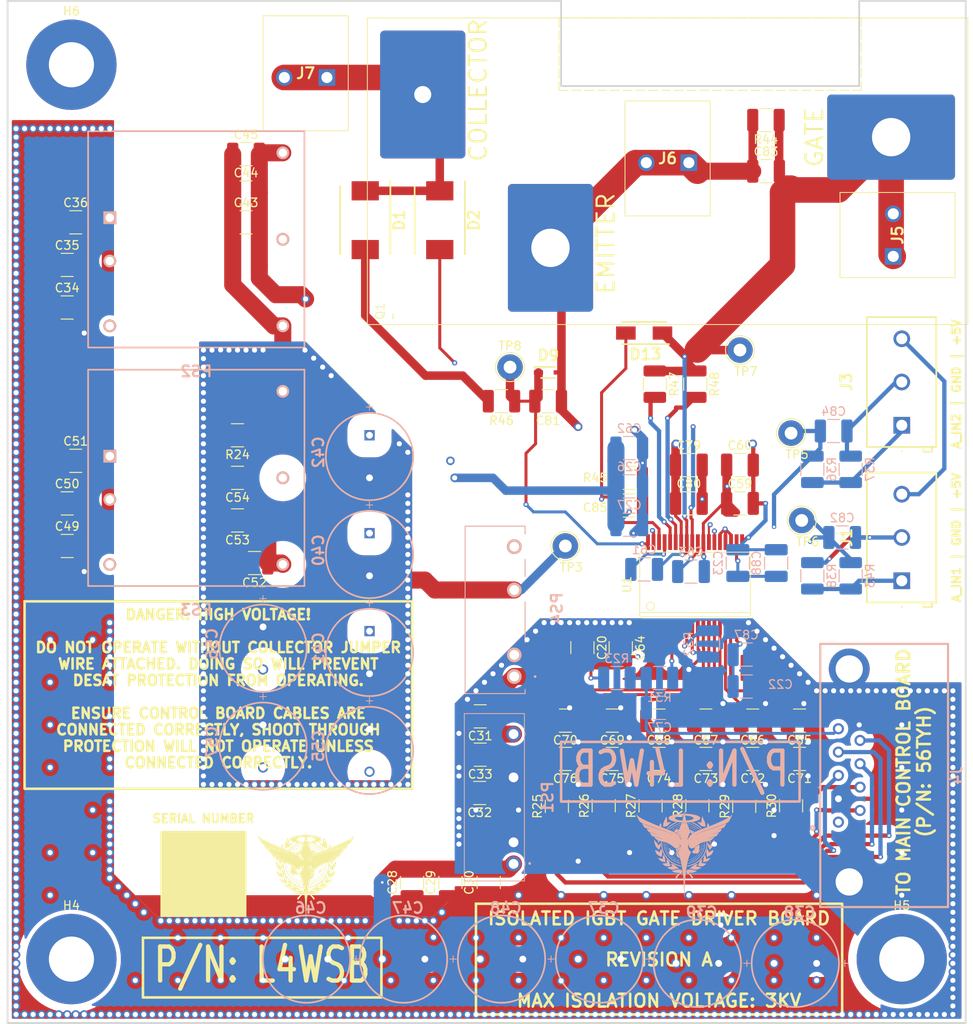
<source format=kicad_pcb>
(kicad_pcb (version 20241229) (generator "pcbnew") (generator_version "9.0")
  (layers (0 "F.Cu" signal) (4 "In1.Cu" signal) (6 "In2.Cu" signal) (2 "B.Cu" signal) (13 "F.Paste" user) (15 "B.Paste" user) (5 "F.SilkS" user "F.Silkscreen") (7 "B.SilkS" user "B.Silkscreen") (1 "F.Mask" user) (3 "B.Mask" user) (25 "Edge.Cuts" user))
  (net 0 "")
  (net 1 "GND")
  (net 2 "+5V")
  (net 3 "ISO_GATE_DRIVE_+15V")
  (net 4 "IGBT_EMITTER")
  (net 5 "+12V")
  (net 6 "ISO_GATE_DRIVE_-9V")
  (net 7 "Net-(U1-VREG1)")
  (net 8 "Net-(U1-VREG2)")
  (net 9 "FILTERED_SDO")
  (net 10 "FILTERED_SDI")
  (net 11 "FILTERED_SPI_CS")
  (net 12 "FILTERED_SPI_CLK")
  (net 13 "FILTERED_GATE_DRIVE+")
  (net 14 "FILTERED_GATE_DRIVE-")
  (net 15 "FAULT")
  (net 16 "Net-(U1-VBST)")
  (net 17 "ANALOG_SENSE_1")
  (net 18 "IGBT_GATE")
  (net 19 "ANALOG_SENSE_2")
  (net 20 "Net-(U1-VREF)")
  (net 21 "Net-(D9-K)")
  (net 22 "IGBT_COLLECTOR")
  (net 23 "ANALOG_INPUT_1")
  (net 24 "+5VP")
  (net 25 "SPI_CS")
  (net 26 "SPI_CLK")
  (net 27 "GATE_DRIVE+")
  (net 28 "SDI")
  (net 29 "SDO")
  (net 30 "GATE_DRIVE-")
  (net 31 "ANALOG_INPUT_2")
  (net 36 "Net-(D13-A)")
  (net 37 "Net-(D1-A)")
  (net 38 "Net-(U1-nFLT1)")
  (net 39 "Net-(U1-nFLT2_DOUT)")
  (net 40 "Net-(U1-OUTH)")
  (net 41 "Net-(U1-OUTL)")
  (footprint "Capacitor_SMD:C_1210_3225Metric_Pad1.33x2.70mm_HandSolder" (layer "F.Cu") (at 162.5 124.5 180)
    (property "Reference" "C66")
    (property "Value" "10pF")
  )
  (footprint "MountingHole:MountingHole_5.3mm_M5_Pad" (layer "F.Cu") (at 82.5 152.5)
    (property "Reference" "H4")
    (property "Value" "MountingHole_Pad_MP")
  )
  (footprint "InverterCom:CM600HA-24H-Gate" (layer "F.Cu") (at 178.75 56 90)
    (property "Reference" "Q1")
    (property "Value" "~")
  )
  (footprint "Capacitor_SMD:C_1210_3225Metric_Pad1.33x2.70mm_HandSolder" (layer "F.Cu") (at 127 143.5 90)
    (property "Reference" "C29")
    (property "Value" "1uF")
  )
  (footprint "MountingHole:MountingHole_5.3mm_M5_Pad" (layer "F.Cu") (at 82.5 47.5)
    (property "Reference" "H6")
    (property "Value" "MountingHole_Pad_MP")
  )
  (footprint "Capacitor_SMD:C_1210_3225Metric_Pad1.33x2.70mm_HandSolder" (layer "F.Cu") (at 157 124.5 180)
    (property "Reference" "C67")
    (property "Value" "10pF")
  )
  (footprint "Capacitor_SMD:C_1210_3225Metric_Pad1.33x2.70mm_HandSolder" (layer "F.Cu") (at 130.5 124 180)
    (property "Reference" "C31")
    (property "Value" "10uF")
  )
  (footprint "Capacitor_SMD:C_1210_3225Metric_Pad1.33x2.70mm_HandSolder" (layer "F.Cu") (at 82 71)
    (property "Reference" "C35")
    (property "Value" "1uF")
  )
  (footprint "InverterCom:1548129" (layer "F.Cu") (at 180 108.08 90)
    (property "Reference" "J1")
    (property "Value" "1548129" (hide yes))
  )
  (footprint "InverterCom:1987724" (layer "F.Cu") (at 179 70 90)
    (property "Reference" "J5")
    (property "Value" "1987724" (hide yes))
  )
  (footprint "Resistor_SMD:R_1210_3225Metric_Pad1.30x2.65mm_HandSolder" (layer "F.Cu") (at 148 96 180)
    (property "Reference" "R45")
    (property "Value" "100")
  )
  (footprint "InverterCom:1987724" (layer "F.Cu") (at 155 59 180)
    (property "Reference" "J6")
    (property "Value" "1987724" (hide yes))
  )
  (footprint "Resistor_SMD:R_1210_3225Metric_Pad1.30x2.65mm_HandSolder" (layer "F.Cu") (at 167 134.5 90)
    (property "Reference" "R30")
    (property "Value" "100")
  )
  (footprint "MountingHole:MountingHole_5.3mm_M5_Pad" (layer "F.Cu") (at 180 152.5)
    (property "Reference" "H5")
    (property "Value" "MountingHole_Pad_MP")
  )
  (footprint "Capacitor_SMD:C_1210_3225Metric_Pad1.33x2.70mm_HandSolder" (layer "F.Cu") (at 82 76)
    (property "Reference" "C34")
    (property "Value" "10uF")
  )
  (footprint "Capacitor_SMD:C_1210_3225Metric_Pad1.33x2.70mm_HandSolder" (layer "F.Cu") (at 151.5 124.5 180)
    (property "Reference" "C68")
    (property "Value" "10pF")
  )
  (footprint "Capacitor_SMD:C_1210_3225Metric_Pad1.33x2.70mm_HandSolder" (layer "F.Cu") (at 103 58)
    (property "Reference" "C45")
    (property "Value" "100nF")
  )
  (footprint "Capacitor_SMD:C_1210_3225Metric_Pad1.33x2.70mm_HandSolder" (layer "F.Cu") (at 104 106 180)
    (property "Reference" "C52")
    (property "Value" "100nF")
  )
  (footprint "Resistor_SMD:R_1210_3225Metric_Pad1.30x2.65mm_HandSolder" (layer "F.Cu") (at 164.05 54 180)
    (property "Reference" "R44")
    (property "Value" "1k")
  )
  (footprint "Capacitor_SMD:C_1210_3225Metric_Pad1.33x2.70mm_HandSolder" (layer "F.Cu") (at 168 124.5 180)
    (property "Reference" "C65")
    (property "Value" "10pF")
  )
  (footprint "Capacitor_SMD:C_1210_3225Metric_Pad1.33x2.70mm_HandSolder" (layer "F.Cu") (at 103 62.5)
    (property "Reference" "C44")
    (property "Value" "1uF")
  )
  (footprint "Resistor_SMD:R_1210_3225Metric_Pad1.30x2.65mm_HandSolder" (layer "F.Cu") (at 156 134.5 90)
    (property "Reference" "R28")
    (property "Value" "100")
  )
  (footprint "Capacitor_SMD:C_1210_3225Metric_Pad1.33x2.70mm_HandSolder" (layer "F.Cu") (at 102 101 180)
    (property "Reference" "C53")
    (property "Value" "1uF")
  )
  (footprint "InverterCom:DIOM5226X220N" (layer "F.Cu") (at 149.75 79 180)
    (property "Reference" "D13")
    (property "Value" "MBRA340T3G" (hide yes))
  )
  (footprint "Capacitor_SMD:C_1210_3225Metric_Pad1.33x2.70mm_HandSolder" (layer "F.Cu") (at 148 99.25)
    (property "Reference" "C85")
    (property "Value" "2.2nF")
  )
  (footprint "Resistor_SMD:R_1210_3225Metric_Pad1.30x2.65mm_HandSolder" (layer "F.Cu") (at 150.5 134.5125 90)
    (property "Reference" "R27")
    (property "Value" "100")
  )
  (footprint "Capacitor_SMD:C_1210_3225Metric_Pad1.33x2.70mm_HandSolder" (layer "F.Cu") (at 142.5 115.9375 -90)
    (property "Reference" "C20")
    (property "Value" "1uF")
  )
  (footprint "InverterCom:DIOM8059X265N" (layer "F.Cu") (at 117 65.75 -90)
    (property "Reference" "D1")
    (property "Value" "S3N" (hide yes))
  )
  (footprint "Capacitor_SMD:C_1210_3225Metric_Pad1.33x2.70mm_HandSolder" (layer "F.Cu") (at 130.4375 133 180)
    (property "Reference" "C32")
    (property "Value" "1uF")
  )
  (footprint "Capacitor_SMD:C_1210_3225Metric_Pad1.33x2.70mm_HandSolder" (layer "F.Cu") (at 146 124.5 180)
    (property "Reference" "C69")
    (property "Value" "10pF")
  )
  (footprint "Capacitor_SMD:C_1210_3225Metric_Pad1.33x2.70mm_HandSolder" (layer "F.Cu") (at 122.5 143.5 90)
    (property "Reference" "C28")
    (property "Value" "10uF")
  )
  (footprint "Resistor_SMD:R_1210_3225Metric_Pad1.30x2.65mm_HandSolder" (layer "F.Cu") (at 151 85 -90)
    (property "Reference" "R47")
    (property "Value" "1.5")
  )
  (footprint "Capacitor_SMD:C_1210_3225Metric_Pad1.33x2.70mm_HandSolder" (layer "F.Cu") (at 164.0625 60)
    (property "Reference" "C83")
    (property "Value" "100nF")
  )
  (footprint "Capacitor_SMD:C_1210_3225Metric_Pad1.33x2.70mm_HandSolder" (layer "F.Cu") (at 103 66)
    (property "Reference" "C43")
    (property "Value" "10uF")
  )
  (footprint "Capacitor_SMD:C_1210_3225Metric_Pad1.33x2.70mm_HandSolder" (layer "F.Cu") (at 83 66)
    (property "Reference" "C36")
    (property "Value" "100nF")
  )
  (footprint "Capacitor_SMD:C_1210_3225Metric_Pad1.33x2.70mm_HandSolder" (layer "F.Cu") (at 140.5 129 180)
    (property "Reference" "C76")
    (property "Value" "100pF")
  )
  (footprint "TestPoint:TestPoint_Loop_D2.54mm_Drill1.5mm_Beaded" (layer "F.Cu") (at 167 90.75)
    (property "Reference" "TP5")
    (property "Value" "TestPoint")
  )
  (footprint "Capacitor_SMD:C_1210_3225Metric_Pad1.33x2.70mm_HandSolder" (layer "F.Cu") (at 83 94)
    (property "Reference" "C51")
    (property "Value" "100nF")
  )
  (footprint "Capacitor_SMD:C_1210_3225Metric_Pad1.33x2.70mm_HandSolder" (layer "F.Cu") (at 147 115.9375 -90)
    (property "Reference" "C64")
    (property "Value" "100nF")
  )
  (footprint "Capacitor_SMD:C_1210_3225Metric_Pad1.33x2.70mm_HandSolder" (layer "F.Cu") (at 155 99)
    (property "Reference" "C80")
    (property "Value" "1uF")
  )
  (footprint "Resistor_SMD:R_1210_3225Metric_Pad1.30x2.65mm_HandSolder" (layer "F.Cu") (at 133 87 180)
    (property "Reference" "R46")
    (property "Value" "1k")
  )
  (footprint "Capacitor_SMD:C_1210_3225Metric_Pad1.33x2.70mm_HandSolder" (layer "F.Cu") (at 168 129 180)
    (property "Reference" "C71")
    (property "Value" "100pF")
  )
  (footprint "Capacitor_SMD:C_1210_3225Metric_Pad1.33x2.70mm_HandSolder" (layer "F.Cu") (at 140.5 124.5 180)
    (property "Reference" "C70")
    (property "Value" "10pF")
  )
  (footprint "InverterCom:DIOM8059X265N" (layer "F.Cu") (at 125.75 65.75 -90)
    (property "Reference" "D2")
    (property "Value" "S3N" (hide yes))
  )
  (footprint "TestPoint:TestPoint_Loop_D2.54mm_Drill1.5mm_Beaded" (layer "F.Cu") (at 161 81)
    (property "Reference" "TP7")
    (property "Value" "TestPoint")
  )
  (footprint "Resistor_SMD:R_1210_3225Metric_Pad1.30x2.65mm_HandSolder" (layer "F.Cu") (at 139.5 134.5625 90)
    (property "Reference" "R25")
    (property "Value" "100")
  )
  (footprint "Capacitor_SMD:C_1210_3225Metric_Pad1.33x2.70mm_HandSolder" (layer "F.Cu") (at 131.5 143.5 90)
    (property "Reference" "C30")
    (property "Value" "100nF")
  )
  (footprint "Capacitor_SMD:C_1210_3225Metric_Pad1.33x2.70mm_HandSolder" (layer "F.Cu") (at 82 104)
    (property "Reference" "C49")
    (property "Value" "10uF")
  )
  (footprint "Resistor_SMD:R_1210_3225Metric_Pad1.30x2.65mm_HandSolder" (layer "F.Cu") (at 161.5 134.5625 90)
    (property "Reference" "R29")
    (property "Value" "100")
  )
  (footprint "Capacitor_SMD:C_1210_3225Metric_Pad1.33x2.70mm_HandSolder" (layer "F.Cu") (at 146 129 180)
    (property "Reference" "C75")
    (property "Value" "100pF")
  )
  (footprint "Capacitor_SMD:C_1210_3225Metric_Pad1.33x2.70mm_HandSolder" (layer "F.Cu") (at 161 99)
    (property "Reference" "C59")
    (property "Value" "1uF")
  )
  (footprint "Capacitor_SMD:C_1210_3225Metric_Pad1.33x2.70mm_HandSolder" (layer "F.Cu") (at 157 129 180)
    (property "Reference" "C73")
    (property "Value" "100pF")
  )
  (footprint "Capacitor_SMD:C_1210_3225Metric_Pad1.33x2.70mm_HandSolder" (layer "F.Cu") (at 162.5 129 180)
    (property "Reference" "C72")
    (property "Value" "100pF")
  )
  (footprint "InverterCom:DWJ0036A" (layer "F.Cu") (at 155.725001 108.525001 90)
    (property "Reference" "U1")
    (property "Value" "UCC5870QDWJRQ1" (hide yes))
  )
  (footprint "InverterCom:SOD2513X120N" (layer "F.Cu") (at 138.5 83.625)
    (property "Reference" "D9")
    (property "Value" "BAT54WS-7-F" (hide yes))
  )
  (footprint "TestPoint:TestPoint_Loop_D2.54mm_Drill1.5mm_Beaded" (layer "F.Cu") (at 134 83)
    (property "Reference" "TP8")
    (property "Value" "TestPoint")
  )
  (footprint "InverterCom:Silkscreen_Logo_CelstialBeing_S" (layer "F.Cu") (at 110 142.5)
    (property "Reference" "G***" (hide yes))
    (property "Value" "LOGO" (hide yes))
  )
  (footprint "TestPoint:TestPoint_Loop_D2.54mm_Drill1.5mm_Beaded" (layer "F.Cu") (at 168.25 101)
    (property "Reference" "TP6")
    (property "Value" "TestPoint")
  )
  (footprint "TestPoint:TestPoint_Loop_D2.54mm_Drill1.5mm_Beaded" (layer "F.Cu") (at 140.5 104)
    (property "Reference" "TP3")
    (property "Value" "TestPoint")
  )
  (footprint "Capacitor_SMD:C_1210_3225Metric_Pad1.33x2.70mm_HandSolder" (layer "F.Cu") (at 82 99)
    (property "Reference" "C50")
    (property "Value" "1uF")
  )
  (footprint "Capacitor_SMD:C_1210_3225Metric_Pad1.33x2.70mm_HandSolder" (layer "F.Cu") (at 130.5 128.5 180)
    (property "Reference" "C33")
    (property "Value" "100nF")
  )
  (footprint "InverterCom:1548129" (layer "F.Cu") (at 180 89.83 90)
    (property "Reference" "J3")
    (property "Value" "1548129" (hide yes))
  )
  (footprint "Capacitor_SMD:C_1210_3225Metric_Pad1.33x2.70mm_HandSolder" (layer "F.Cu") (at 138.475 87 180)
    (property "Reference" "C81")
    (property "Value" "100pF")
  )
  (footprint "Resistor_SMD:R_1210_3225Metric_Pad1.30x2.65mm_HandSolder" (layer "F.Cu") (at 102 91 180)
    (property "Reference" "R24")
    (property "Value" "0")
  )
  (footprint "Capacitor_SMD:C_1210_3225Metric_Pad1.33x2.70mm_HandSolder" (layer "F.Cu") (at 155 94.5)
    (property "Reference" "C79")
    (property "Value" "100nF")
  )
  (footprint "Resistor_SMD:R_1210_3225Metric_Pad1.30x2.65mm_HandSolder" (layer "F.Cu") (at 155.75 85 -90)
    (property "Reference" "R48")
    (property "Value" "1.5")
  )
  (footprint "Resistor_SMD:R_1210_3225Metric_Pad1.30x2.65mm_HandSolder" (layer "F.Cu") (at 145 134.5 90)
    (property "Reference" "R26")
    (property "Value" "100")
  )
  (footprint "Capacitor_SMD:C_1210_3225Metric_Pad1.33x2.70mm_HandSolder" (layer "F.Cu") (at 151.5 129 180)
    (property "Reference" "C74")
    (property "Value" "100pF")
  )
  (footprint "Capacitor_SMD:C_1210_3225Metric_Pad1.33x2.70mm_HandSolder" (layer "F.Cu") (at 161 94.5)
    (property "Reference" "C60")
    (property "Value" "100nF")
  )
  (footprint "InverterCom:1987724" (layer "F.Cu") (at 112.5 49 180)
    (property "Reference" "J7")
    (property "Value" "1987724" (hide yes))
  )
  (footprint "Capacitor_SMD:C_1210_3225Metric_Pad1.33x2.70mm_HandSolder" (layer "F.Cu") (at 102 96 180)
    (property "Reference" "C54")
    (property "Value" "10uF")
  )
  (footprint "Capacitor_SMD:C_1210_3225Metric_Pad1.33x2.70mm_HandSolder" (layer "B.Cu") (at 148 97 180)
    (property "Reference" "C26")
    (property "Value" "1uF")
  )
  (footprint "InverterCom:CAPPRD500W60D1025H1750" (layer "B.Cu") (at 158.5 153 180)
    (property "Reference" "C39")
    (property "Value" "UVY1E102MPD1TD" (hide yes))
  )
  (footprint "InverterCom:CAPPRD500W60D1025H1750" (layer "B.Cu") (at 105 113.5 -90)
    (property "Reference" "C56")
    (property "Value" "UVY1E102MPD1TD" (hide yes))
  )
  (footprint "Capacitor_SMD:C_1210_3225Metric_Pad1.33x2.70mm_HandSolder" (layer "B.Cu") (at 155.25 107 180)
    (property "Reference" "C63")
    (property "Value" "1uF")
  )
  (footprint "Capacitor_SMD:C_1210_3225Metric_Pad1.33x2.70mm_HandSolder" (layer "B.Cu") (at 151.5625 123)
    (property "Reference" "C77")
    (property "Value" "100pF")
  )
  (footprint "InverterCom:CAPPRD500W60D1025H1750" (layer "B.Cu") (at 117.5 91 -90)
    (property "Reference" "C42")
    (property "Value" "UVY1E102MPD1TD" (hide yes))
  )
  (footprint "InverterCom:RFMM0505S" (layer "B.Cu") (at 134.5 119.325 90)
    (property "Reference" "PS4")
    (property "Value" "RFMM-0505S" (hide yes))
  )
  (footprint "Capacitor_SMD:C_1210_3225Metric_Pad1.33x2.70mm_HandSolder" (layer "B.Cu") (at 165.25 106 -90)
    (property "Reference" "C88")
    (property "Value" "100nF")
  )
  (footprint "Capacitor_SMD:C_1210_3225Metric_Pad1.33x2.70mm_HandSolder" (layer "B.Cu") (at 161.75 116.75 180)
    (property "Reference" "C87")
    (property "Value" "100nF")
  )
  (footprint "InverterCom:CAPPRD500W60D1025H1750" (layer "B.Cu") (at 170 153 180)
    (property "Reference" "C38")
    (property "Value" "UVY1E102MPD1TD" (hide yes))
  )
  (footprint "InverterCom:CAPPRD500W60D1025H1750" (layer "B.Cu") (at 117.5 114 -90)
    (property "Reference" "C41")
    (property "Value" "UVY1E102MPD1TD" (hide yes))
  )
  (footprint "Capacitor_SMD:C_1210_3225Metric_Pad1.33x2.70mm_HandSolder" (layer "B.Cu") (at 148 101.5 180)
    (property "Reference" "C27")
    (property "Value" "100nF")
  )
  (footprint "InverterCom:5-106505-2_3" (layer "B.Cu") (at 185.42961 146.3885 90)
    (property "Reference" "J4")
    (property "Value" "5-106505-2" (hide yes))
  )
  (footprint "InverterCom:CAPPRD500W60D1025H1750" (layer "B.Cu") (at 117.5 125.5 -90)
    (property "Reference" "C55")
    (property "Value" "UVY1E102MPD1TD" (hide yes))
  )
  (footprint "Resistor_SMD:R_1210_3225Metric_Pad1.30x2.65mm_HandSolder" (layer "B.Cu") (at 151.55 119.5)
    (property "Reference" "R31")
    (property "Value" "100")
  )
  (footprint "InverterCom:CAPPRD500W60D1025H1750" (layer "B.Cu") (at 147 152.5 180)
    (property "Reference" "C37")
    (property "Value" "UVY1E102MPD1TD" (hide yes))
  )
  (footprint "Resistor_SMD:R_1210_3225Metric_Pad1.30x2.65mm_HandSolder" (layer "B.Cu") (at 146.55 119.5 180)
    (property "Reference" "R23")
    (property "Value" "47k")
  )
  (footprint "InverterCom:Silkscreen_Logo_CelstialBeing_S" (layer "B.Cu") (at 154.5 140 180)
    (property "Reference" "G***" (hide yes))
    (property "Value" "LOGO" (hide yes))
  )
  (footprint "InverterCom:CAPPRD500W60D1025H1750" (layer "B.Cu") (at 124 152.5 180)
    (property "Reference" "C47")
    (property "Value" "UVY1E102MPD1TD" (hide yes))
  )
  (footprint "InverterCom:CAPPRD500W60D1025H1750" (layer "B.Cu") (at 135.5 152.5 180)
    (property "Reference" "C48")
    (property "Value" "UVY1E102MPD1TD" (hide yes))
  )
  (footprint "Resistor_SMD:R_1210_3225Metric_Pad1.30x2.65mm_HandSolder" (layer "B.Cu") (at 157.25 115.5 -90)
    (property "Reference" "R32")
    (property "Value" "47k")
  )
  (footprint "InverterCom:REC10K-AW" (layer "B.Cu") (at 97.16 68)
    (property "Reference" "PS2")
    (property "Value" "REC10K-2415SAW_H2" (hide yes))
  )
  (footprint "Capacitor_SMD:C_1210_3225Metric_Pad1.33x2.70mm_HandSolder" (layer "B.Cu") (at 160.75 106 -90)
    (property "Reference" "C23")
    (property "Value" "4.7uF")
  )
  (footprint "Capacitor_SMD:C_1210_3225Metric_Pad1.33x2.70mm_HandSolder" (layer "B.Cu") (at 148 92.5 180)
    (property "Reference" "C62")
    (property "Value" "10uF")
  )
  (footprint "Resistor_SMD:R_1210_3225Metric_Pad1.30x2.65mm_HandSolder" (layer "B.Cu") (at 174 107.5 90)
    (property "Reference" "R43")
    (property "Value" "0")
  )
  (footprint "InverterCom:CAPPRD500W60D1025H1750" (layer "B.Cu") (at 112.6 152.5 180)
    (property "Reference" "C46")
    (property "Value" "UVY1E102MPD1TD" (hide yes))
  )
  (footprint "Resistor_SMD:R_1210_3225Metric_Pad1.30x2.65mm_HandSolder" (layer "B.Cu") (at 169.5 95 90)
    (property "Reference" "R36")
    (property "Value" "0")
  )
  (footprint "InverterCom:CAPPRD500W60D1025H1750" (layer "B.Cu") (at 105 125 -90)
    (property "Reference" "C57")
    (property "Value" "UVY1E102MPD1TD" (hide yes))
  )
  (footprint "Resistor_SMD:R_1210_3225Metric_Pad1.30x2.65mm_HandSolder" (layer "B.Cu") (at 174 95 90)
    (property "Reference" "R37")
    (property "Value" "10k")
  )
  (footprint "Resistor_SMD:R_1210_3225Metric_Pad1.30x2.65mm_HandSolder" (layer "B.Cu") (at 169.5 107.5 90)
    (property "Reference" "R38")
    (property "Value" "10k")
  )
  (footprint "Capacitor_SMD:C_1210_3225Metric_Pad1.33x2.70mm_HandSolder" (layer "B.Cu") (at 149.75 106.75 180)
    (property "Reference" "C61")
    (property "Value" "100nF")
  )
  (footprint "InverterCom:RKE1205SH" (layer "B.Cu") (at 134.415 141.325 90)
    (property "Reference" "PS1")
    (property "Value" "RKE-1205S_H" (hide yes))
  )
  (footprint "Capacitor_SMD:C_1210_3225Metric_Pad1.33x2.70mm_HandSolder" (layer "B.Cu") (at 172 90.5 180)
    (property "Reference" "C84")
    (property "Value" "10nF")
  )
  (footprint "Capacitor_SMD:C_1210_3225Metric_Pad1.33x2.70mm_HandSolder" (layer "B.Cu") (at 161.75 120.5 180)
    (property "Reference" "C22")
    (property "Value" "4.7uF")
  )
  (footprint "InverterCom:CAPPRD500W60D1025H1750" (layer "B.Cu") (at 117.5 102.5 -90)
    (property "Reference" "C40")
    (property "Value" "UVY1E102MPD1TD" (hide yes))
  )
  (footprint "Capacitor_SMD:C_1210_3225Metric_Pad1.33x2.70mm_HandSolder" (layer "B.Cu") (at 173 103 180)
    (property "Reference" "C82")
    (property "Value" "10nF")
  )
  (footprint "InverterCom:REC10K-AW" (layer "B.Cu") (at 97.16 96)
    (property "Reference" "PS3")
    (property "Value" "REC10K-2409SAW_H2" (hide yes))
  )
  (gr_rect (start 93 137.5) (end 103 147.5) (stroke (width 0.1)) (fill yes) (layer "F.SilkS"))
  (gr_line (start 75 40) (end 140 40) (stroke (width 0.2)) (layer "Edge.Cuts"))
  (gr_line (start 140 40) (end 140 50) (stroke (width 0.2)) (layer "Edge.Cuts"))
  (gr_line (start 187.5 40) (end 187.5 160) (stroke (width 0.2)) (layer "Edge.Cuts"))
  (gr_line (start 187.5 160) (end 75 160) (stroke (width 0.2)) (layer "Edge.Cuts"))
  (gr_line (start 75 160) (end 75 40) (stroke (width 0.2)) (layer "Edge.Cuts"))
  (gr_line (start 175 40) (end 187.5 40) (stroke (width 0.2)) (layer "Edge.Cuts"))
  (gr_line (start 140 50) (end 175 50) (stroke (width 0.2)) (layer "Edge.Cuts"))
  (gr_line (start 175 50) (end 175 40) (stroke (width 0.2)) (layer "Edge.Cuts"))
  (gr_text "A_IN2 | GND | +5V" (at 187 85 90) (layer "F.SilkS") (effects (font (size 1 1) (thickness 0.25) (bold yes)) (justify bottom)))
  (gr_text "TO MAIN CONTROL BOARD\n(P/N: 56TYH)" (at 183.5 130.5 90) (layer "F.SilkS") (effects (font (size 1.5 1.5) (thickness 0.3) (bold yes)) (justify bottom)))
  (gr_text "SERIAL NUMBER" (at 98 136 0) (layer "F.SilkS") (effects (font (size 1 1) (thickness 0.25) (bold yes))))
  (gr_text "A_IN1 | GND | +5V" (at 187 103 90) (layer "F.SilkS") (effects (font (size 1 1) (thickness 0.25) (bold yes)) (justify bottom)))
  (gr_text_box "ISOLATED IGBT GATE DRIVER BOARD\n\nREVISION A\n\nMAX ISOLATION VOLTAGE: 3KV" (start 130 146) (end 173 159) (margins 1.0025 1.0025 1.0025 1.0025) (layer "F.SilkS") (effects (font (size 1.5 1.5) (thickness 0.3) (bold yes)) (justify top)) (border yes) (stroke (width 0.3)))
  (gr_text_box "P/N: L4WSB" (start 90.897664 150) (end 118.897664 157) (margins 1.0025 1.0025 1.0025 1.0025) (layer "F.SilkS") (effects (font (size 4 2.75) (thickness 0.5) (bold yes)) (justify top)) (border yes) (stroke (width 0.3)))
  (gr_text_box "DANGER: HIGH VOLTAGE!\n\nDO NOT OPERATE WITHOUT COLLECTOR JUMPER WIRE ATTACHED. DOING SO WILL PREVENT DESAT PROTECTION FROM OPERATING.\n\nENSURE CONTROL BOARD CABLES ARE CONNECTED CORRECTLY, SHOOT THROUGH PROTECTION WILL NOT OPERATE UNLESS CONNECTED CORRECTLY." (start 77 110.5) (end 122.5 132.5) (margins 1.0025 1.0025 1.0025 1.0025) (layer "F.SilkS") (effects (font (size 1.2 1.2) (thickness 0.3) (bold yes)) (justify top)) (border yes) (stroke (width 0.3)))
  (gr_text_box "P/N: L4WSB" (start 140 127) (end 168 134) (margins 1.0025 1.0025 1.0025 1.0025) (layer "B.SilkS") (effects (font (size 4 2.75) (thickness 0.5) (bold yes)) (justify top mirror)) (border yes) (stroke (width 0.3)))
  (segment (start 177.5 133.5) (end 177.3215 133.6785) (width 0.5) (layer "F.Cu") (net 1))
  (segment (start 156.176 117.324) (end 155 118.5) (width 0.35) (layer "F.Cu") (net 1))
  (segment (start 156.050002 116.093993) (end 156.176 116.219991) (width 0.35) (layer "F.Cu") (net 1))
  (segment (start 153.450002 113.5) (end 153.450002 114.770766) (width 0.35) (layer "F.Cu") (net 1))
  (segment (start 151.5 116) (end 151.25 116.25) (width 0.35) (layer "F.Cu") (net 1))
  (segment (start 152.25 115.970768) (end 152.25 116) (width 0.35) (layer "F.Cu") (net 1))
  (segment (start 172.55961 133.6785) (end 177.3215 133.6785) (width 0.5) (layer "F.Cu") (net 1))
  (segment (start 161.5 113.5) (end 162 113) (width 0.35) (layer "F.Cu") (net 1))
  (segment (start 156.050002 113.5) (end 156.050002 116.093993) (width 0.35) (layer "F.Cu") (net 1))
  (segment (start 150.200001 113.5) (end 149 113.5) (width 0.35) (layer "F.Cu") (net 1))
  (segment (start 156.176 116.219991) (end 156.176 117.324) (width 0.35) (layer "F.Cu") (net 1))
  (segment (start 153.450002 114.770766) (end 152.25 115.970768) (width 0.35) (layer "F.Cu") (net 1))
  (segment (start 161.250001 113.5) (end 161.5 113.5) (width 0.35) (layer "F.Cu") (net 1))
  (segment (start 152.25 116) (end 151.5 116) (width 0.35) (layer "F.Cu") (net 1))
  (via (at 114 159) (size 1) (drill 0.6) (layers "F.Cu" "B.Cu") (net 1))
  (via (at 186 150) (size 1) (drill 0.6) (layers "F.Cu" "B.Cu") (net 1))
  (via (at 76 70) (size 1) (drill 0.6) (layers "F.Cu" "B.Cu") (net 1))
  (via (at 142 127) (size 1) (drill 0.6) (layers "F.Cu" "B.Cu") (net 1))
  (via (at 115 159) (size 1) (drill 0.6) (layers "F.Cu" "B.Cu") (net 1))
  (via (at 180 159) (size 1) (drill 0.6) (layers "F.Cu" "B.Cu") (net 1))
  (via (at 76 60) (size 1) (drill 0.6) (layers "F.Cu" "B.Cu") (net 1))
  (via (at 180 130) (size 1) (drill 0.6) (layers "F.Cu" "B.Cu") (net 1))
  (via (at 126 147) (size 1) (drill 0.6) (layers "F.Cu" "B.Cu") (net 1))
  (via (at 181 159) (size 1) (drill 0.6) (layers "F.Cu" "B.Cu") (net 1))
  (via (at 167 118) (size 1) (drill 0.6) (layers "F.Cu" "B.Cu") (net 1))
  (via (at 76 77) (size 1) (drill 0.6) (layers "F.Cu" "B.Cu") (net 1))
  (via (at 186 154) (size 1) (drill 0.6) (layers "F.Cu" "B.Cu") (net 1))
  (via (at 91 159) (size 1) (drill 0.6) (layers "F.Cu" "B.Cu") (net 1))
  (via (at 135 159) (size 1) (drill 0.6) (layers "F.Cu" "B.Cu") (net 1))
  (via (at 186 147) (size 1) (drill 0.6) (layers "F.Cu" "B.Cu") (net 1))
  (via (at 130 121) (size 1) (drill 0.6) (layers "F.Cu" "B.Cu") (net 1))
  (via (at 165 159) (size 1) (drill 0.6) (layers "F.Cu" "B.Cu") (net 1))
  (via (at 143 113) (size 1) (drill 0.6) (layers "F.Cu" "B.Cu") (net 1))
  (via (at 146 159) (size 1) (drill 0.6) (layers "F.Cu" "B.Cu") (net 1))
  (via (at 76 142) (size 1) (drill 0.6) (layers "F.Cu" "B.Cu") (net 1))
  (via (at 137 159) (size 1) (drill 0.6) (layers "F.Cu" "B.Cu") (net 1))
  (via (at 90 159) (size 1) (drill 0.6) (layers "F.Cu" "B.Cu") (net 1))
  (via (at 175 159) (size 1) (drill 0.6) (layers "F.Cu" "B.Cu") (net 1))
  (via (at 186 135) (size 1) (drill 0.6) (layers "F.Cu" "B.Cu") (net 1))
  (via (at 137 114) (size 1) (drill 0.6) (layers "F.Cu" "B.Cu") (net 1))
  (via (at 148 126.5) (size 1) (drill 0.6) (layers "F.Cu" "B.Cu") (net 1))
  (via (at 153 132) (size 1) (drill 0.6) (layers "F.Cu" "B.Cu") (net 1))
  (via (at 135 145) (size 1) (drill 0.6) (layers "F.Cu" "B.Cu") (net 1))
  (via (at 125 148) (size 1) (drill 0.6) (layers "F.Cu" "B.Cu") (net 1))
  (via (at 124 159) (size 1) (drill 0.6) (layers "F.Cu" "B.Cu") (net 1))
  (via (at 165 155) (size 1) (drill 0.6) (layers "F.Cu" "B.Cu") (net 1))
  (via (at 87 142) (size 1) (drill 0.6) (layers "F.Cu" "B.Cu") (net 1))
  (via (at 169 127) (size 1) (drill 0.6) (layers "F.Cu" "B.Cu") (net 1))
  (via (at 76 99) (size 1) (drill 0.6) (layers "F.Cu" "B.Cu") (net 1))
  (via (at 170 145) (size 1) (drill 0.6) (layers "F.Cu" "B.Cu") (net 1))
  (via (at 76 97) (size 1) (drill 0.6) (layers "F.Cu" "B.Cu") (net 1))
  (via (at 177 121) (size 1) (drill 0.6) (layers "F.Cu" "B.Cu") (net 1))
  (via (at 130 135) (size 1) (drill 0.6) (layers "F.Cu" "B.Cu") (net 1))
  (via (at 109 148) (size 1) (drill 0.6) (layers "F.Cu" "B.Cu") (net 1))
  (via (at 150 150) (size 1) (drill 0.6) (layers "F.Cu" "B.Cu") (net 1))
  (via (at 162 113) (size 1) (drill 0.6) (layers "F.Cu" "B.Cu") (net 1))
  (via (at 87 138) (size 1) (drill 0.6) (layers "F.Cu" "B.Cu") (net 1))
  (via (at 76 138) (size 1) (drill 0.6) (layers "F.Cu" "B.Cu") (net 1))
  (via (at 88 144) (size 1) (drill 0.6) (layers "F.Cu" "B.Cu") (net 1))
  (via (at 186 156) (size 1) (drill 0.6) (layers "F.Cu" "B.Cu") (net 1))
  (via (at 76 134) (size 1) (drill 0.6) (layers "F.Cu" "B.Cu") (net 1))
  (via (at 104 159) (size 1) (drill 0.6) (layers "F.Cu" "B.Cu") (net 1))
  (via (at 144 159) (size 1) (drill 0.6) (layers "F.Cu" "B.Cu") (net 1))
  (via (at 76 143) (size 1) (drill 0.6) (layers "F.Cu" "B.Cu") (net 1))
  (via (at 107 148) (size 1) (drill 0.6) (layers "F.Cu" "B.Cu") (net 1))
  (via (at 76 64) (size 1) (drill 0.6) (layers "F.Cu" "B.Cu") (net 1))
  (via (at 76 151) (size 1) (drill 0.6) (layers "F.Cu" "B.Cu") (net 1))
  (via (at 145 150) (size 1) (drill 0.6) (layers "F.Cu" "B.Cu") (net 1))
  (via (at 87 124) (size 1) (drill 0.6) (layers "F.Cu" "B.Cu") (net 1))
  (via (at 89 159) (size 1) (drill 0.6) (layers "F.Cu" "B.Cu") (net 1))
  (via (at 168 159) (size 1) (drill 0.6) (layers "F.Cu" "B.Cu") (net 1))
  (via (at 164 159) (size 1) (drill 0.6) (layers "F.Cu" "B.Cu") (net 1))
  (via (at 87 125) (size 1) (drill 0.6) (layers "F.Cu" "B.Cu") (net 1))
  (via (at 76 147) (size 1) (drill 0.6) (layers "F.Cu" "B.Cu") (net 1))
  (via (at 76 121) (size 1) (drill 0.6) (layers "F.Cu" "B.Cu") (net 1))
  (via (at 76 90) (size 1) (drill 0.6) (layers "F.Cu" "B.Cu") (net 1))
  (via (at 78 159) (size 1) (drill 0.6) (layers "F.Cu" "B.Cu") (net 1))
  (via (at 76 119) (size 1) (drill 0.6) (layers "F.Cu" "B.Cu") (net 1))
  (via (at 87 119) (size 1) (drill 0.6) (layers "F.Cu" "B.Cu") (net 1))
  (via (at 135 155) (size 1) (drill 0.6) (layers "F.Cu" "B.Cu") (net 1))
  (via (at 78 55) (size 1) (drill 0.6) (layers "F.Cu" "B.Cu") (net 1))
  (via (at 98 148) (size 1) (drill 0.6) (layers "F.Cu" "B.Cu") (net 1))
  (via (at 162 159) (size 1) (drill 0.6) (layers "F.Cu" "B.Cu") (net 1))
  (via (at 117 148) (size 1) (drill 0.6) (layers "F.Cu" "B.Cu") (net 1))
  (via (at 139 113) (size 1) (drill 0.6) (layers "F.Cu" "B.Cu") (net 1))
  (via (at 150 155) (size 1) (drill 0.6) (layers "F.Cu" "B.Cu") (net 1))
  (via (at 85 115) (size 1) (drill 0.6) (layers "F.Cu" "B.Cu") (net 1))
  (via (at 91 147) (size 1) (drill 0.6) (layers "F.Cu" "B.Cu") (net 1))
  (via (at 138 113) (size 1) (drill 0.6) (layers "F.Cu" "B.Cu") (net 1))
  (via (at 166 117) (size 1) (drill 0.6) (layers "F.Cu" "B.Cu") (net 1))
  (via (at 164 115) (size 1) (drill 0.6) (layers "F.Cu" "B.Cu") (net 1))
  (via (at 76 136) (size 1) (drill 0.6) (layers "F.Cu" "B.Cu") (net 1))
  (via (at 149 159) (size 1) (drill 0.6) (layers "F.Cu" "B.Cu") (net 1))
  (via (at 76 117) (size 1) (drill 0.6) (layers "F.Cu" "B.Cu") (net 1))
  (via (at 87 141) (size 1) (drill 0.6) (layers "F.Cu" "B.Cu") (net 1))
  (via (at 76 156) (size 1) (drill 0.6) (layers "F.Cu" "B.Cu") (net 1))
  (via (at 80 55) (size 1) (drill 0.6) (layers "F.Cu" "B.Cu") (net 1))
  (via (at 87 143) (size 1) (drill 0.6) (layers "F.Cu" "B.Cu") (net 1))
  (via (at 76 154) (size 1) (drill 0.6) (layers "F.Cu" "B.Cu") (net 1))
  (via (at 175 121) (size 1) (drill 0.6) (layers "F.Cu" "B.Cu") (net 1))
  (via (at 102 148) (size 1) (drill 0.6) (layers "F.Cu" "B.Cu") (net 1))
  (via (at 155 159) (size 1) (drill 0.6) (layers "F.Cu" "B.Cu") (net 1))
  (via (at 175 125) (size 1) (drill 0.6) (layers "F.Cu" "B.Cu") (net 1))
  (via (at 142 132) (size 1) (drill 0.6) (layers "F.Cu" "B.Cu") (net 1))
  (via (at 171 121) (size 1) (drill 0.6) (layers "F.Cu" "B.Cu") (net 1))
  (via (at 80 120) (size 1) (drill 0.6) (layers "F.Cu" "B.Cu") (net 1))
  (via (at 168.5 122.5) (size 1) (drill 0.6) (layers "F.Cu" "B.Cu") (net 1))
  (via (at 185 159) (size 1) (drill 0.6) (layers "F.Cu" "B.Cu") (net 1))
  (via (at 76 84) (size 1) (drill 0.6) (layers "F.Cu" "B.Cu") (net 1))
  (via (at 145 145) (size 1) (drill 0.6) (layers "F.Cu" "B.Cu") (net 1))
  (via (at 138 159) (size 1) (drill 0.6) (layers "F.Cu" "B.Cu") (net 1))
  (via (at 87 113) (size 1) (drill 0.6) (layers "F.Cu" "B.Cu") (net 1))
  (via (at 85 159) (size 1) (drill 0.6) (layers "F.Cu" "B.Cu") (net 1))
  (via (at 165 135) (size 1) (drill 0.6) (layers "F.Cu" "B.Cu") (net 1))
  (via (at 100 148) (size 1) (drill 0.6) (layers "F.Cu" "B.Cu") (net 1))
  (via (at 87 137) (size 1) (drill 0.6) (layers "F.Cu" "B.Cu") (net 1))
  (via (at 76 116) (size 1) (drill 0.6) (layers "F.Cu" "B.Cu") (net 1))
  (via (at 157 159) (size 1) (drill 0.6) (layers "F.Cu" "B.Cu") (net 1))
  (via (at 96 159) (size 1) (drill 0.6) (layers "F.Cu" "B.Cu") (net 1))
  (via (at 130 155) (size 1) (drill 0.6) (layers "F.Cu" "B.Cu") (net 1))
  (via (at 147 113) (size 1) (drill 0.6) (layers "F.Cu" "B.Cu") (net 1))
  (via (at 76 100) (size 1) (drill 0.6) (layers "F.Cu" "B.Cu") (net 1))
  (via (at 76 76) (size 1) (drill 0.6) (layers "F.Cu" "B.Cu") (net 1))
  (via (at 186 128) (size 1) (drill 0.6) (layers "F.Cu" "B.Cu") (net 1))
  (via (at 177 159) (size 1) (drill 0.6) (layers "F.Cu" "B.Cu") (net 1))
  (via (at 76 58) (size 1) (drill 0.6) (layers "F.Cu" "B.Cu") (net 1))
  (via (at 76 125) (size 1) (drill 0.6) (layers "F.Cu" "B.Cu") (net 1))
  (via (at 159 159) (size 1) (drill 0.6) (layers "F.Cu" "B.Cu") (net 1))
  (via (at 95 159) (size 1) (drill 0.6) (layers "F.Cu" "B.Cu") (net 1))
  (via (at 87 135) (size 1) (drill 0.6) (layers "F.Cu" "B.Cu") (net 1))
  (via (at 76 88) (size 1) (drill 0.6) (layers "F.Cu" "B.Cu") (net 1))
  (via (at 100 150) (size 1) (drill 0.6) (layers "F.Cu" "B.Cu") (net 1))
  (via (at 76 111) (size 1) (drill 0.6) (layers "F.Cu" "B.Cu") (net 1))
  (via (at 80 115) (size 1) (drill 0.6) (layers "F.Cu" "B.Cu") (net 1))
  (via (at 85 55) (size 1) (drill 0.6) (layers "F.Cu" "B.Cu") (net 1))
  (via (at 76 75) (size 1) (drill 0.6) (layers "F.Cu" "B.Cu") (net 1))
  (via (at 159 122.5) (size 1) (drill 0.6) (layers "F.Cu" "B.Cu") (net 1))
  (via (at 173 159) (size 1) (drill 0.6) (layers "F.Cu" "B.Cu") (net 1))
  (via (at 89 145) (size 1) (drill 0.6) (layers "F.Cu" "B.Cu") (net 1))
  (via (at 186 157) (size 1) (drill 0.6) (layers "F.Cu" "B.Cu") (net 1))
  (via (at 173 121) (size 1) (drill 0.6) (layers "F.Cu" "B.Cu") (net 1))
  (via (at 76 124) (size 1) (drill 0.6) (layers "F.Cu" "B.Cu") (net 1))
  (via (at 97 148) (size 1) (drill 0.6) (layers "F.Cu" "B.Cu") (net 1))
  (via (at 125 155) (size 1) (drill 0.6) (layers "F.Cu" "B.Cu") (net 1))
  (via (at 126 159) (size 1) (drill 0.6) (layers "F.Cu" "B.Cu") (net 1))
  (via (at 87 134) (size 1) (drill 0.6) (layers "F.Cu" "B.Cu") (net 1))
  (via (at 120 155) (size 1) (drill 0.6) (layers "F.Cu" "B.Cu") (net 1))
  (via (at 104 148) (size 1) (drill 0.6) (layers "F.Cu" "B.Cu") (net 1))
  (via (at 76 135) (size 1) (drill 0.6) (layers "F.Cu" "B.Cu") (net 1))
  (via (at 128 130) (size 1) (drill 0.6) (layers "F.Cu" "B.Cu") (net 1))
  (via (at 153 159) (size 1) (drill 0.6) (layers "F.Cu" "B.Cu") (net 1))
  (via (at 103 148) (size 1) (drill 0.6) (layers "F.Cu" "B.Cu") (net 1))
  (via (at 80 145) (size 1) (drill 0.6) (layers "F.Cu" "B.Cu") (net 1))
  (via (at 76 98) (size 1) (drill 0.6) (layers "F.Cu" "B.Cu") (net 1))
  (via (at 87 140) (size 1) (drill 0.6) (layers "F.Cu" "B.Cu") (net 1))
  (via (at 76 130) (size 1) (drill 0.6) (layers "F.Cu" "B.Cu") (net 1))
  (via (at 76 83) (size 1) (drill 0.6) (layers "F.Cu" "B.Cu") (net 1))
  (via (at 95 155) (size 1) (drill 0.6) (layers "F.Cu" "B.Cu") (net 1))
  (via (at 76 115) (size 1) (drill 0.6) (layers "F.Cu" "B.Cu") (net 1))
  (via (at 76 95) (size 1) (drill 0.6) (layers "F.Cu" "B.Cu") (net 1))
  (via (at 98 159) (size 1) (drill 0.6) (layers "F.Cu" "B.Cu") (net 1))
  (via (at 76 129) (size 1) (drill 0.6) (layers "F.Cu" "B.Cu") (net 1))
  (via (at 140 113) (size 1) (drill 0.6) (layers "F.Cu" "B.Cu") (net 1))
  (via (at 133 159) (size 1) (drill 0.6) (layers "F.Cu" "B.Cu") (net 1))
  (via (at 186 127) (size 1) (drill 0.6) (layers "F.Cu" "B.Cu") (net 1))
  (via (at 76 66) (size 1) (drill 0.6) (layers "F.Cu" "B.Cu") (net 1))
  (via (at 76 74) (size 1) (drill 0.6) (layers "F.Cu" "B.Cu") (net 1))
  (via (at 128 137) (size 1) (drill 0.6) (layers "F.Cu" "B.Cu") (net 1))
  (via (at 76 82) (size 1) (drill 0.6) (layers "F.Cu" "B.Cu") (net 1))
  (via (at 125 159) (size 1) (drill 0.6) (layers "F.Cu" "B.Cu") (net 1))
  (via (at 76 61) (size 1) (drill 0.6) (layers "F.Cu" "B.Cu") (net 1))
  (via (at 186 152) (size 1) (drill 0.6) (layers "F.Cu" "B.Cu") (net 1))
  (via (at 186 151) (size 1) (drill 0.6) (layers "F.Cu" "B.Cu") (net 1))
  (via (at 180 125) (size 1) (drill 0.6) (layers "F.Cu" "B.Cu") (net 1))
  (via (at 76 140) (size 1) (drill 0.6) (layers "F.Cu" "B.Cu") (net 1))
  (via (at 76 146) (size 1) (drill 0.6) (layers "F.Cu" "B.Cu") (net 1))
  (via (at 147 123) (size 1) (drill 0.6) (layers "F.Cu" "B.Cu") (net 1))
  (via (at 159 132) (size 1) (drill 0.6) (layers "F.Cu" "B.Cu") (net 1))
  (via (at 186 132) (size 1) (drill 0.6) (layers "F.Cu" "B.Cu") (net 1))
  (via (at 76 65) (size 1) (drill 0.6) (layers "F.Cu" "B.Cu") (net 1))
  (via (at 142 141) (size 1) (drill 0.6) (layers "F.Cu" "B.Cu") (net 1))
  (via (at 135 150) (size 1) (drill 0.6) (layers "F.Cu" "B.Cu") (net 1))
  (via (at 159 127) (size 1) (drill 0.6) (layers "F.Cu" "B.Cu") (net 1))
  (via (at 87 116) (size 1) (drill 0.6) (layers "F.Cu" "B.Cu") (net 1))
  (via (at 160 159) (size 1) (drill 0.6) (layers "F.Cu" "B.Cu") (net 1))
  (via (at 113 159) (size 1) (drill 0.6) (layers "F.Cu" "B.Cu") (net 1))
  (via (at 76 120) (size 1) (drill 0.6) (layers "F.Cu" "B.Cu") (net 1))
  (via (at 80 140) (size 1) (drill 0.6) (layers "F.Cu" "B.Cu") (net 1))
  (via (at 114.516841 155.027771) (size 1) (drill 0.6) (layers "F.Cu" "B.Cu") (net 1))
  (via (at 76 139) (size 1) (drill 0.6) (layers "F.Cu" "B.Cu") (net 1))
  (via (at 81 55) (size 1) (drill 0.6) (layers "F.Cu" "B.Cu") (net 1))
  (via (at 83 55) (size 1) (drill 0.6) (layers "F.Cu" "B.Cu") (net 1))
  (via (at 97 159) (size 1) (drill 0.6) (layers "F.Cu" "B.Cu") (net 1))
  (via (at 186 142) (size 1) (drill 0.6) (layers "F.Cu" "B.Cu") (net 1))
  (via (at 83 159) (size 1) (drill 0.6) (layers "F.Cu" "B.Cu") (net 1))
  (via (at 155 118.5) (size 1) (drill 0.6) (layers "F.Cu" "B.Cu") (net 1))
  (via (at 100 155) (size 1) (drill 0.6) (layers "F.Cu" "B.Cu") (net 1))
  (via (at 150 159) (size 1) (drill 0.6) (layers "F.Cu" "B.Cu") (net 1))
  (via (at 76 104) (size 1) (drill 0.6) (layers "F.Cu" "B.Cu") (net 1))
  (via (at 131 159) (size 1) (drill 0.6) (layers "F.Cu" "B.Cu") (net 1))
  (via (at 77 159) (size 1) (drill 0.6) (layers "F.Cu" "B.Cu") (net 1))
  (via (at 180 145) (size 1) (drill 0.6) (layers "F.Cu" "B.Cu") (net 1))
  (via (at 130 159) (size 1) (drill 0.6) (layers "F.Cu" "B.Cu") (net 1))
  (via (at 99 148) (size 1) (drill 0.6) (layers "F.Cu" "B.Cu") (net 1))
  (via (at 128 138) (size 1) (drill 0.6) (layers "F.Cu" "B.Cu") (net 1))
  (via (at 122 148) (size 1) (drill 0.6) (layers "F.Cu" "B.Cu") (net 1))
  (via (at 185 121) (size 1) (drill 0.6) (layers "F.Cu" "B.Cu") (net 1))
  (via (at 76 89) (size 1) (drill 0.6) (layers "F.Cu" "B.Cu") (net 1))
  (via (at 178 121) (size 1) (drill 0.6) (layers "F.Cu" "B.Cu") (net 1))
  (via (at 76 92) (size 1) (drill 0.6) (layers "F.Cu" "B.Cu") (net 1))
  (via (at 186 137) (size 1) (drill 0.6) (layers "F.Cu" "B.Cu") (net 1))
  (via (at 119 159) (size 1) (drill 0.6) (layers "F.Cu" "B.Cu") (net 1))
  (via (at 141 123) (size 1) (drill 0.6) (layers "F.Cu" "B.Cu") (net 1))
  (via (at 140 159) (size 1) (drill 0.6) (layers "F.Cu" "B.Cu") (net 1))
  (via (at 165 138) (size 1) (drill 0.6) (layers "F.Cu" "B.Cu") (net 1))
  (via (at 76 107) (size 1) (drill 0.6) (layers "F.Cu" "B.Cu") (net 1))
  (via (at 136 115) (size 1) (drill 0.6) (layers "F.Cu" "B.Cu") (net 1))
  (via (at 106 148) (size 1) (drill 0.6) (layers "F.Cu" "B.Cu") (net 1))
  (via (at 76 128) (size 1) (drill 0.6) (layers "F.Cu" "B.Cu") (net 1))
  (via (at 186 121) (size 1) (drill 0.6) (layers "F.Cu" "B.Cu") (net 1))
  (via (at 76 113) (size 1) (drill 0.6) (layers "F.Cu" "B.Cu") (net 1))
  (via (at 76 159) (size 1) (drill 0.6) (layers "F.Cu" "B.Cu") (net 1))
  (via (at 82 159) (size 1) (drill 0.6) (layers "F.Cu" "B.Cu") (net 1))
  (via (at 128 159) (size 1) (drill 0.6) (layers "F.Cu" "B.Cu") (net 1))
  (via (at 115 150) (size 1) (drill 0.6) (layers "F.Cu" "B.Cu") (net 1))
  (via (at 76 158) (size 1) (drill 0.6) (layers "F.Cu" "B.Cu") (net 1))
  (via (at 178 159) (size 1) (drill 0.6) (layers "F.Cu" "B.Cu") (net 1))
  (via (at 160 155) (size 1) (drill 0.6) (layers "F.Cu" "B.Cu") (net 1))
  (via (at 76 87) (size 1) (drill 0.6) (layers "F.Cu" "B.Cu") (net 1))
  (via (at 87 118) (size 1) (drill 0.6) (layers "F.Cu" "B.Cu") (net 1))
  (via (at 76 85) (size 1) (drill 0.6) (layers "F.Cu" "B.Cu") (net 1))
  (via (at 76 101) (size 1) (drill 0.6) (layers "F.Cu" "B.Cu") (net 1))
  (via (at 77 55) (size 1) (drill 0.6) (layers "F.Cu" "B.Cu") (net 1))
  (via (at 186 131) (size 1) (drill 0.6) (layers "F.Cu" "B.Cu") (net 1))
  (via (at 76 96) (size 1) (drill 0.6) (layers "F.Cu" "B.Cu") (net 1))
  (via (at 153 127) (size 1) (drill 0.6) (layers "F.Cu" "B.Cu") (net 1))
  (via (at 129 122) (size 1) (drill 0.6) (layers "F.Cu" "B.Cu") (net 1))
  (via (at 121 148) (size 1) (drill 0.6) (layers "F.Cu" "B.Cu") (net 1))
  (via (at 87 114) (size 1) (drill 0.6) (layers "F.Cu" "B.Cu") (net 1))
  (via (at 85 140) (size 1) (drill 0.6) (layers "F.Cu" "B.Cu") (net 1))
  (via (at 76 126) (size 1) (drill 0.6) (layers "F.Cu" "B.Cu") (net 1))
  (via (at 134 159) (size 1) (drill 0.6) (layers "F.Cu" "B.Cu") (net 1))
  (via (at 76 127) (size 1) (drill 0.6) (layers "F.Cu" "B.Cu") (net 1))
  (via (at 148.036104 139.993278) (size 1) (drill 0.6) (layers "F.Cu" "B.Cu") (net 1))
  (via (at 76 110) (size 1) (drill 0.6) (layers "F.Cu" "B.Cu") (net 1))
  (via (at 148 132) (size 1) (drill 0.6) (layers "F.Cu" "B.Cu") (net 1))
  (via (at 174 159) (size 1) (drill 0.6) (layers "F.Cu" "B.Cu") (net 1))
  (via (at 100 159) (size 1) (drill 0.6) (layers "F.Cu" "B.Cu") (net 1))
  (via (at 128 139) (size 1) (drill 0.6) (layers "F.Cu" "B.Cu") (net 1))
  (via (at 87 55) (size 1) (drill 0.6) (layers "F.Cu" "B.Cu") (net 1))
  (via (at 94 148) (size 1) (drill 0.6) (layers "F.Cu" "B.Cu") (net 1))
  (via (at 110 159) (size 1) (drill 0.6) (layers "F.Cu" "B.Cu") (net 1))
  (via (at 166 159) (size 1) (drill 0.6) (layers "F.Cu" "B.Cu") (net 1))
  (via (at 76 79) (size 1) (drill 0.6) (layers "F.Cu" "B.Cu") (net 1))
  (via (at 163 159) (size 1) (drill 0.6) (layers "F.Cu" "B.Cu") (net 1))
  (via (at 116 159) (size 1) (drill 0.6) (layers "F.Cu" "B.Cu") (net 1))
  (via (at 160 145) (size 1) (drill 0.6) (layers "F.Cu" "B.Cu") (net 1))
  (via (at 186 133) (size 1) (drill 0.6) (layers "F.Cu" "B.Cu") (net 1))
  (via (at 76 118) (size 1) (drill 0.6) (layers "F.Cu" "B.Cu") (net 1))
  (via (at 186 122) (size 1) (drill 0.6) (layers "F.Cu" "B.Cu") (net 1))
  (via (at 148 159) (size 1) (drill 0.6) (layers "F.Cu" "B.Cu") (net 1))
  (via (at 140 150) (size 1) (drill 0.6) (layers "F.Cu" "B.Cu") (net 1))
  (via (at 80 159) (size 1) (drill 0.6) (layers "F.Cu" "B.Cu") (net 1))
  (via (at 87 129) (size 1) (drill 0.6) (layers "F.Cu" "B.Cu") (net 1))
  (via (at 86 55) (size 1) (drill 0.6) (layers "F.Cu" "B.Cu") (net 1))
  (via (at 76 63) (size 1) (drill 0.6) (layers "F.Cu" "B.Cu") (net 1))
  (via (at 76 157) (size 1) (drill 0.6) (layers "F.Cu" "B.Cu") (net 1))
  (via (at 128 136) (size 1) (drill 0.6) (layers "F.Cu" "B.Cu") (net 1))
  (via (at 129 159) (size 1) (drill 0.6) (layers "F.Cu" "B.Cu") (net 1))
  (via (at 76 123) (size 1) (drill 0.6) (layers "F.Cu" "B.Cu") (net 1))
  (via (at 186 123) (size 1) (drill 0.6) (layers "F.Cu" "B.Cu") (net 1))
  (via (at 76 55) (size 1) (drill 0.6) (layers "F.Cu" "B.Cu") (net 1))
  (via (at 186 136) (size 1) (drill 0.6) (layers "F.Cu" "B.Cu") (net 1))
  (via (at 76 56) (size 1) (drill 0.6) (layers "F.Cu" "B.Cu") (net 1))
  (via (at 105 148) (size 1) (drill 0.6) (layers "F.Cu" "B.Cu") (net 1))
  (via (at 76 59) (size 1) (drill 0.6) (layers "F.Cu" "B.Cu") (net 1))
  (via (at 99 159) (size 1) (drill 0.6) (layers "F.Cu" "B.Cu") (net 1))
  (via (at 169 120) (size 1) (drill 0.6) (layers "F.Cu" "B.Cu") (net 1))
  (via (at 151 159) (size 1) (drill 0.6) (layers "F.Cu" "B.Cu") (net 1))
  (via (at 106 159) (size 1) (drill 0.6) (layers "F.Cu" "B.Cu") (net 1))
  (via (at 76 150) (size 1) (drill 0.6) (layers "F.Cu" "B.Cu") (net 1))
  (via (at 144 113) (size 1) (drill 0.6) (layers "F.Cu" "B.Cu") (net 1))
  (via (at 186 140) (size 1) (drill 0.6) (layers "F.Cu" "B.Cu") (net 1))
  (via (at 169 131) (size 1) (drill 0.6) (layers "F.Cu" "B.Cu") (net 1))
  (via (at 95 150) (size 1) (drill 0.6) (layers "F.Cu" "B.Cu") (net 1))
  (via (at 186 143) (size 1) (drill 0.6) (layers "F.Cu" "B.Cu") (net 1))
  (via (at 158 139) (size 1) (drill 0.6) (layers "F.Cu" "B.Cu") (net 1))
  (via (at 182 121) (size 1) (drill 0.6) (layers "F.Cu" "B.Cu") (net 1))
  (via (at 85 135) (size 1) (drill 0.6) (layers "F.Cu" "B.Cu") (net 1))
  (via (at 117 159) (size 1) (drill 0.6) (layers "F.Cu" "B.Cu") (net 1))
  (via (at 81 159) (size 1) (drill 0.6) (layers "F.Cu" "B.Cu") (net 1))
  (via (at 155 145) (size 1) (drill 0.6) (layers "F.Cu" "B.Cu") (net 1))
  (via (at 76 155) (size 1) (drill 0.6) (layers "F.Cu" "B.Cu") (net 1))
  (via (at 87 136) (size 1) (drill 0.6) (layers "F.Cu" "B.Cu") (net 1))
  (via (at 186 130) (size 1) (drill 0.6) (layers "F.Cu" "B.Cu") (net 1))
  (via (at 184 159) (size 1) (drill 0.6) (layers "F.Cu" "B.Cu") (net 1))
  (via (at 79 159) (size 1) (drill 0.6) (layers "F.Cu" "B.Cu") (net 1))
  (via (at 105 150) (size 1) (drill 0.6) (layers "F.Cu" "B.Cu") (net 1))
  (via (at 186 159) (size 1) (drill 0.6) (layers "F.Cu" "B.Cu") (net 1))
  (via (at 76 62) (size 1) (drill 0.6) (layers "F.Cu" "B.Cu") (net 1))
  (via (at 141 113) (size 1) (drill 0.6) (layers "F.Cu" "B.Cu") (net 1))
  (via (at 123 159) (size 1) (drill 0.6) (layers "F.Cu" "B.Cu") (net 1))
  (via (at 108 148) (size 1) (drill 0.6) (layers "F.Cu" "B.Cu") (net 1))
  (via (at 125.01471 149.946611) (size 1) (drill 0.6) (layers "F.Cu" "B.Cu") (net 1))
  (via (at 76 109) (size 1) (drill 0.6) (layers "F.Cu" "B.Cu") (net 1))
  (via (at 76 112) (size 1) (drill 0.6) (layers "F.Cu" "B.Cu") (net 1))
  (via (at 146 113) (size 1) (drill 0.6) (layers "F.Cu" "B.Cu") (net 1))
  (via (at 135 135) (size 1) (drill 0.6) (layers "F.Cu" "B.Cu") (net 1))
  (via (at 143 159) (size 1) (drill 0.6) (layers "F.Cu" "B.Cu") (net 1))
  (via (at 82 55) (size 1) (drill 0.6) (layers "F.Cu" "B.Cu") (net 1))
  (via (at 158 159) (size 1) (drill 0.6) (layers "F.Cu" "B.Cu") (net 1))
  (via (at 76 103) (size 1) (drill 0.6) (layers "F.Cu" "B.Cu") (net 1))
  (via (at 186 149) (size 1) (drill 0.6) (layers "F.Cu" "B.Cu") (net 1))
  (via (at 102 159) (size 1) (drill 0.6) (layers "F.Cu" "B.Cu") (net 1))
  (via (at 186 126) (size 1) (drill 0.6) (layers "F.Cu" "B.Cu") (net 1))
  (via (at 186 155) (size 1) (drill 0.6) (layers "F.Cu" "B.Cu") (net 1))
  (via (at 76 73) (size 1) (drill 0.6) (layers "F.Cu" "B.Cu") (net 1))
  (via (at 123 148) (size 1) (drill 0.6) (layers "F.Cu" "B.Cu") (net 1))
  (via (at 147 159) (size 1) (drill 0.6) (layers "F.Cu" "B.Cu") (net 1))
  (via (at 174 121) (size 1) (drill 0.6) (layers "F.Cu" "B.Cu") (net 1))
  (via (at 141 159) (size 1) (drill 0.6) (layers "F.Cu" "B.Cu") (net 1))
  (via (at 186 125) (size 1) (drill 0.6) (layers "F.Cu" "B.Cu") (net 1))
  (via (at 80 130) (size 1) (drill 0.6) (layers "F.Cu" "B.Cu") (net 1))
  (via (at 145 113) (size 1) (drill 0.6) (layers "F.Cu" "B.Cu") (net 1))
  (via (at 111 159) (size 1) (drill 0.6) (layers "F.Cu" "B.Cu") (net 1))
  (via (at 76 102) (size 1) (drill 0.6) (layers "F.Cu" "B.Cu") (net 1))
  (via (at 90 155) (size 1) (drill 0.6) (layers "F.Cu" "B.Cu") (net 1))
  (via (at 94 159) (size 1) (drill 0.6) (layers "F.Cu" "B.Cu") (net 1))
  (via (at 139 159) (size 1) (drill 0.6) (layers "F.Cu" "B.Cu") (net 1))
  (via (at 76 152) (size 1) (drill 0.6) (layers "F.Cu" "B.Cu") (net 1))
  (via (at 122 159) (size 1) (drill 0.6) (layers "F.Cu" "B.Cu") (net 1))
  (via (at 148 113) (size 1) (drill 0.6) (layers "F.Cu" "B.Cu") (net 1))
  (via (at 76 94) (size 1) (drill 0.6) (layers "F.Cu" "B.Cu") (net 1))
  (via (at 142 113) (size 1) (drill 0.6) (layers "F.Cu" "B.Cu") (net 1))
  (via (at 181 121) (size 1) (drill 0.6) (layers "F.Cu" "B.Cu") (net 1))
  (via (at 186 148) (size 1) (drill 0.6) (layers "F.Cu" "B.Cu") (net 1))
  (via (at 76 86) (size 1) (drill 0.6) (layers "F.Cu" "B.Cu") (net 1))
  (via (at 87 159) (size 1) (drill 0.6) (layers "F.Cu" "B.Cu") (net 1))
  (via (at 112 148) (size 1) (drill 0.6) (layers "F.Cu" "B.Cu") (net 1))
  (via (at 186 141) (size 1) (drill 0.6) (layers "F.Cu" "B.Cu") (net 1))
  (via (at 128 126) (size 1) (drill 0.6) (layers "F.Cu" "B.Cu") (net 1))
  (via (at 118 159) (size 1) (drill 0.6) (layers "F.Cu" "B.Cu") (net 1))
  (via (at 76 57) (size 1) (drill 0.6) (layers "F.Cu" "B.Cu") (net 1))
  (via (at 142 159) (size 1) (drill 0.6) (layers "F.Cu" "B.Cu") (net 1))
  (via (at 84 55) (size 1) (drill 0.6) (layers "F.Cu" "B.Cu") (net 1))
  (via (at 170 155) (size 1) (drill 0.6) (layers "F.Cu" "B.Cu") (net 1))
  (via (at 140 145) (size 1) (drill 0.6) (layers "F.Cu" "B.Cu") (net 1))
  (via (at 86 159) (size 1) (drill 0.6) (layers "F.Cu" "B.Cu") (net 1))
  (via (at 76 133) (size 1) (drill 0.6) (layers "F.Cu" "B.Cu") (net 1))
  (via (at 101 159) (size 1) (drill 0.6) (layers "F.Cu" "B.Cu") (net 1))
  (via (at 76 131) (size 1) (drill 0.6) (layers "F.Cu" "B.Cu") (net 1))
  (via (at 172 159) (size 1) (drill 0.6) (layers "F.Cu" "B.Cu") (net 1))
  (via (at 79 55) (size 1) (drill 0.6) (layers "F.Cu" "B.Cu") (net 1))
  (via (at 93 159) (size 1) (drill 0.6) (layers "F.Cu" "B.Cu") (net 1))
  (via (at 183 159) (size 1) (drill 0.6) (layers "F.Cu" "B.Cu") (net 1))
  (via (at 76 148) (size 1) (drill 0.6) (layers "F.Cu" "B.Cu") (net 1))
  (via (at 154 159) (size 1) (drill 0.6) (layers "F.Cu" "B.Cu") (net 1))
  (via (at 186 144) (size 1) (drill 0.6) (layers "F.Cu" "B.Cu") (net 1))
  (via (at 76 78) (size 1) (drill 0.6) (layers "F.Cu" "B.Cu") (net 1))
  (via (at 186 134) (size 1) (drill 0.6) (layers "F.Cu" "B.Cu") (net 1))
  (via (at 114 148) (size 1) (drill 0.6) (layers "F.Cu" "B.Cu") (net 1))
  (via (at 76 69) (size 1) (drill 0.6) (layers "F.Cu" "B.Cu") (net 1))
  (via (at 76 67) (size 1) (drill 0.6) (layers "F.Cu" "B.Cu") (net 1))
  (via (at 176 121) (size 1) (drill 0.6) (layers "F.Cu" "B.Cu") (net 1))
  (via (at 90 146) (size 1) (drill 0.6) (layers "F.Cu" "B.Cu") (net 1))
  (via (at 164 127) (size 1) (drill 0.6) (layers "F.Cu" "B.Cu") (net 1))
  (via (at 167 159) (size 1) (drill 0.6) (layers "F.Cu" "B.Cu") (net 1))
  (via (at 128 131) (size 1) (drill 0.6) (layers "F.Cu" "B.Cu") (net 1))
  (via (at 92 159) (size 1) (drill 0.6) (layers "F.Cu" "B.Cu") (net 1))
  (via (at 76 122) (size 1) (drill 0.6) (layers "F.Cu" "B.Cu") (net 1))
  (via (at 76 153) (size 1) (drill 0.6) (layers "F.Cu" "B.Cu") (net 1))
  (via (at 111 148) (size 1) (drill 0.6) (layers "F.Cu" "B.Cu") (net 1))
  (via (at 165 150) (size 1) (drill 0.6) (layers "F.Cu" "B.Cu") (net 1))
  (via (at 176 159) (size 1) (drill 0.6) (layers "F.Cu" "B.Cu") (net 1))
  (via (at 76 80) (size 1) (drill 0.6) (layers "F.Cu" "B.Cu") (net 1))
  (via (at 161 159) (size 1) (drill 0.6) (layers "F.Cu" "B.Cu") (net 1))
  (via (at 76 91) (size 1) (drill 0.6) (layers "F.Cu" "B.Cu") (net 1))
  (via (at 115 148) (size 1) (drill 0.6) (layers "F.Cu" "B.Cu") (net 1))
  (via (at 180 140) (size 1) (drill 0.6) (layers "F.Cu" "B.Cu") (net 1))
  (via (at 186 138) (size 1) (drill 0.6) (layers "F.Cu" "B.Cu") (net 1))
  (via (at 164 122.5) (size 1) (drill 0.6) (layers "F.Cu" "B.Cu") (net 1))
  (via (at 169 159) (size 1) (drill 0.6) (layers "F.Cu" "B.Cu") (net 1))
  (via (at 182 159) (size 1) (drill 0.6) (layers "F.Cu" "B.Cu") (net 1))
  (via (at 80 125) (size 1) (drill 0.6) (layers "F.Cu" "B.Cu") (net 1))
  (via (at 171 159) (size 1) (drill 0.6) (layers "F.Cu" "B.Cu") (net 1))
  (via (at 96 148) (size 1) (drill 0.6) (layers "F.Cu" "B.Cu") (net 1))
  (via (at 136 159) (size 1) (drill 0.6) (layers "F.Cu" "B.Cu") (net 1))
  (via (at 76 137) (size 1) (drill 0.6) (layers "F.Cu" "B.Cu") (net 1))
  (via (at 87 130) (size 1) (drill 0.6) (layers "F.Cu" "B.Cu") (net 1))
  (via (at 139.995536 155.057522) (size 1) (drill 0.6) (layers "F.Cu" "B.Cu") (net 1))
  (via (at 84 159) (size 1) (drill 0.6) (layers "F.Cu" "B.Cu") (net 1))
  (via (at 76 106) (size 1) (drill 0.6) (layers "F.Cu" "B.Cu") (net 1))
  (via (at 95 148) (size 1) (drill 0.6) (layers "F.Cu" "B.Cu") (net 1))
  (via (at 180 121) (size 1) (drill 0.6) (layers "F.Cu" "B.Cu") (net 1))
  (via (at 186 145) (size 1) (drill 0.6) (layers "F.Cu" "B.Cu") (net 1))
  (via (at 87 117) (size 1) (drill 0.6) (layers "F.Cu" "B.Cu") (net 1))
  (via (at 76 105) (size 1) (drill 0.6) (layers "F.Cu" "B.Cu") (net 1))
  (via (at 120 159) (size 1) (drill 0.6) (layers "F.Cu" "B.Cu") (net 1))
  (via (at 76 132) (size 1) (drill 0.6) (layers "F.Cu" "B.Cu") (net 1))
  (via (at 133 118) (size 1) (drill 0.6) (layers "F.Cu" "B.Cu") (net 1))
  (via (at 179 121) (size 1) (drill 0.6) (layers "F.Cu" "B.Cu") (net 1))
  (via (at 76 81) (size 1) (drill 0.6) (layers "F.Cu" "B.Cu") (net 1))
  (via (at 76 145) (size 1) (drill 0.6) (layers "F.Cu" "B.Cu") (net 1))
  (via (at 108 159) (size 1) (drill 0.6) (layers "F.Cu" "B.Cu") (net 1))
  (via (at 164 132) (size 1) (drill 0.6) (layers "F.Cu" "B.Cu") (net 1))
  (via (at 105 159) (size 1) (drill 0.6) (layers "F.Cu" "B.Cu") (net 1))
  (via (at 184 121) (size 1) (drill 0.6) (layers "F.Cu" "B.Cu") (net 1))
  (via (at 128 135) (size 1) (drill 0.6) (layers "F.Cu" "B.Cu") (net 1))
  (via (at 165 116) (size 1) (drill 0.6) (layers "F.Cu" "B.Cu") (net 1))
  (via (at 88 159) (size 1) (drill 0.6) (layers "F.Cu" "B.Cu") (net 1))
  (via (at 76 68) (size 1) (drill 0.6) (layers "F.Cu" "B.Cu") (net 1))
  (via (at 127 159) (size 1) (drill 0.6) (layers "F.Cu" "B.Cu") (net 1))
  (via (at 186 146) (size 1) (drill 0.6) (layers "F.Cu" "B.Cu") (net 1))
  (via (at 153 140) (size 1) (drill 0.6) (layers "F.Cu" "B.Cu") (net 1))
  (via (at 103 159) (size 1) (drill 0.6) (layers "F.Cu" "B.Cu") (net 1))
  (via (at 186 139) (size 1) (drill 0.6) (layers "F.Cu" "B.Cu") (net 1))
  (via (at 109 159) (size 1) (drill 0.6) (layers "F.Cu" "B.Cu") (net 1))
  (via (at 186 153) (size 1) (drill 0.6) (layers "F.Cu" "B.Cu") (net 1))
  (via (at 145 155) (size 1) (drill 0.6) (layers "F.Cu" "B.Cu") (net 1))
  (via (at 168 119) (size 1) (drill 0.6) (layers "F.Cu" "B.Cu") (net 1))
  (via (at 132 119) (size 1) (drill 0.6) (layers "F.Cu" "B.Cu") (net 1))
  (via (at 101 148) (size 1) (drill 0.6) (layers "F.Cu" "B.Cu") (net 1))
  (via (at 76 141) (size 1) (drill 0.6) (layers "F.Cu" "B.Cu") (net 1))
  (via (at 76 144) (size 1) (drill 0.6) (layers "F.Cu" "B.Cu") (net 1))
  (via (at 87 120) (size 1) (drill 0.6) (layers "F.Cu" "B.Cu") (net 1))
  (via (at 131 120) (size 1) (drill 0.6) (layers "F.Cu" "B.Cu") (net 1))
  (via (at 186 129) (size 1) (drill 0.6) (layers "F.Cu" "B.Cu") (net 1))
  (via (at 155 155) (size 1) (drill 0.6) (layers "F.Cu" "B.Cu") (net 1))
  (via (at 107 159) (size 1) (drill 0.6) (layers "F.Cu" "B.Cu") (net 1))
  (via (at 76 71) (size 1) (drill 0.6) (layers "F.Cu" "B.Cu") (net 1))
  (via (at 105 155) (size 1) (drill 0.6) (layers "F.Cu" "B.Cu") (net 1))
  (via (at 180 135) (size 1) (drill 0.6) (layers "F.Cu" "B.Cu") (net 1))
  (via (at 93 148) (size 1) (drill 0.6) (layers "F.Cu" "B.Cu") (net 1))
  (via (at 150 145) (size 1) (drill 0.6) (layers "F.Cu" "B.Cu") (net 1))
  (via (at 116 148) (size 1) (drill 0.6) (layers "F.Cu" "B.Cu") (net 1))
  (via (at 179 159) (size 1) (drill 0.6) (layers "F.Cu" "B.Cu") (net 1))
  (via (at 152 159) (size 1) (drill 0.6) (layers "F.Cu" "B.Cu") (net 1))
  (via (at 130 150) (size 1) (drill 0.6) (layers "F.Cu" "B.Cu") (net 1))
  (via (at 163 114) (size 1) (drill 0.6) (layers "F.Cu" "B.Cu") (net 1))
  (via (at 110 148) (size 1) (drill 0.6) (layers "F.Cu" "B.Cu") (net 1))
  (via (at 76 114) (size 1) (drill 0.6) (layers "F.Cu" "B.Cu") (net 1))
  (via (at 186 124) (size 1) (drill 0.6) (layers "F.Cu" "B.Cu") (net 1))
  (via (at 170 159) (size 1) (drill 0.6) (layers "F.Cu" "B.Cu") (net 1))
  (via (at 145 159) (size 1) (drill 0.6) (layers "F.Cu" "B.Cu") (net 1))
  (via (at 132 159) (size 1) (drill 0.6) (layers "F.Cu" "B.Cu") (net 1))
  (via (at 76 93) (size 1) (drill 0.6) (layers "F.Cu" "B.Cu") (net 1))
  (via (at 172 121) (size 1) (drill 0.6) (layers "F.Cu" "B.Cu") (net 1))
  (via (at 170 150) (size 1) (drill 0.6) (layers "F.Cu" "B.Cu") (net 1))
  (via (at 121 159) (size 1) (drill 0.6) (layers "F.Cu" "B.Cu") (net 1))
  (via (at 156 159) (size 1) (drill 0.6) (layers "F.Cu" "B.Cu") (net 1))
  (via (at 170 121) (size 1) (drill 0.6) (layers "F.Cu" "B.Cu") (net 1))
  (via (at 76 149) (size 1) (drill 0.6) (layers "F.Cu" "B.Cu") (net 1))
  (via (at 76 108) (size 1) (drill 0.6) (layers "F.Cu" "B.Cu") (net 1))
  (via (at 160 150) (size 1) (drill 0.6) (layers "F.Cu" "B.Cu") (net 1))
  (via (at 183 121) (size 1) (drill 0.6) (layers "F.Cu" "B.Cu") (net 1))
  (via (at 87 115) (size 1) (drill 0.6) (layers "F.Cu" "B.Cu") (net 1))
  (via (at 113 148) (size 1) (drill 0.6) (layers "F.Cu" "B.Cu") (net 1))
  (via (at 87 139) (size 1) (drill 0.6) (layers "F.Cu" "B.Cu") (net 1))
  (via (at 76 72) (size 1) (drill 0.6) (layers "F.Cu" "B.Cu") (net 1))
  (via (at 155 150) (size 1) (drill 0.6) (layers "F.Cu" "B.Cu") (net 1))
  (via (at 186 158) (size 1) (drill 0.6) (layers "F.Cu" "B.Cu") (net 1))
  (via (at 124 148) (size 1) (drill 0.6) (layers "F.Cu" "B.Cu") (net 1))
  (via (at 112 159) (size 1) (drill 0.6) (layers "F.Cu" "B.Cu") (net 1))
  (segment (start 172.55961 134.597738) (end 174.5 136.538128) (width 0.5) (layer "B.Cu") (net 1))
  (segment (start 174.5 136.538128) (end 174.5 138) (width 0.5) (layer "B.Cu") (net 1))
  (segment (start 172.55961 133.6785) (end 172.55961 134.597738) (width 0.5) (layer "B.Cu") (net 1))
  (segment (start 143.5 119.5) (end 143.5 118.5) (width 0.35) (layer "F.Cu") (net 2))
  (segment (start 140 117.5) (end 147 117.5) (width 2) (layer "F.Cu") (net 2))
  (segment (start 149 117) (end 147.5 117) (width 0.35) (layer "F.Cu") (net 2))
  (segment (start 132 133) (end 132 125) (width 2) (layer "F.Cu") (net 2))
  (segment (start 134.5 119.325) (end 138.175 119.325) (width 2) (layer "F.Cu") (net 2))
  (segment (start 143.5 118.5) (end 142.5 117.5) (width 0.35) (layer "F.Cu") (net 2))
  (segment (start 133.085 126.085) (end 132 125) (width 2) (layer "F.Cu") (net 2))
  (segment (start 138.175 119.325) (end 140 117.5) (width 2) (layer "F.Cu") (net 2))
  (segment (start 132.0625 124) (end 132.0625 121.7625) (width 2) (layer "F.Cu") (net 2))
  (segment (start 132.0625 121.7625) (end 134.5 119.325) (width 2) (layer "F.Cu") (net 2))
  (segment (start 132 124.0625) (end 132.0625 124) (width 2) (layer "F.Cu") (net 2))
  (segment (start 132 125) (end 132 124.0625) (width 2) (layer "F.Cu") (net 2))
  (segment (start 155.4 116.4) (end 155.5 116.5) (width 0.35) (layer "F.Cu") (net 2))
  (segment (start 155.4 113.5) (end 155.4 116.4) (width 0.35) (layer "F.Cu") (net 2))
  (segment (start 134.415 126.085) (end 133.085 126.085) (width 2) (layer "F.Cu") (net 2))
  (segment (start 147.5 117) (end 147 117.5) (width 0.35) (layer "F.Cu") (net 2))
  (via (at 149 117) (size 0.6) (drill 0.3) (layers "F.Cu" "B.Cu") (net 2))
  (via (at 155.5 116.5) (size 0.6) (drill 0.3) (layers "F.Cu" "B.Cu") (net 2))
  (via (at 143.5 119.5) (size 0.6) (drill 0.3) (layers "F.Cu" "B.Cu") (net 2))
  (segment (start 157.45 116.5) (end 158 117.05) (width 0.35) (layer "B.Cu") (net 2))
  (segment (start 145 119.5) (end 143.5 119.5) (width 0.35) (layer "B.Cu") (net 2))
  (segment (start 155.5 116.5) (end 157.45 116.5) (width 0.35) (layer "B.Cu") (net 2))
  (segment (start 109.5 74.5) (end 106.5 74.5) (width 2) (layer "F.Cu") (net 3))
  (segment (start 156.5625 94.5) (end 156.5625 97) (width 1) (layer "F.Cu") (net 3))
  (segment (start 104.5625 72.5625) (end 104.5625 71.0625) (width 2) (layer "F.Cu") (net 3))
  (segment (start 150.850002 103.550002) (end 150.850002 102.304595) (width 0.35) (layer "F.Cu") (net 3))
  (segment (start 156.5625 99) (end 156.5625 98.5) (width 0.35) (layer "F.Cu") (net 3))
  (segment (start 104.5625 58) (end 104.5625 62.5) (width 2) (layer "F.Cu") (net 3))
  (segment (start 107.32 57.84) (end 104.7225 57.84) (width 2) (layer "F.Cu") (net 3))
  (segment (start 106.5 74.5) (end 104.5625 72.5625) (width 2) (layer "F.Cu") (net 3))
  (segment (start 104.5625 71.0625) (end 104.5625 62.5) (width 2) (layer "F.Cu") (net 3))
  (segment (start 156.5 99.0625) (end 156.5625 99) (width 0.35) (layer "F.Cu") (net 3))
  (segment (start 110 75) (end 109.5 74.5) (width 2) (layer "F.Cu") (net 3))
  (segment (start 156.5625 97) (end 156.5625 98.5) (width 1) (layer "F.Cu") (net 3))
  (segment (start 150.850002 102.304595) (end 150.725 102.179593) (width 0.35) (layer "F.Cu") (net 3))
  (via (at 150.725 102.179593) (size 0.6) (drill 0.3) (layers "F.Cu" "B.Cu") (net 3))
  (via (at 110 75) (size 1) (drill 0.6) (layers "F.Cu" "B.Cu") (net 3))
  (via (at 148 100) (size 0.6) (drill 0.3) (layers "F.Cu" "B.Cu") (net 3))
  (via (at 127.5 96) (size 1) (drill 0.6) (layers "F.Cu" "B.Cu") (net 3))
  (via (at 156.5625 98.5) (size 0.6) (drill 0.3) (layers "F.Cu" "B.Cu") (net 3))
  (segment (start 132 96) (end 127.5 96) (width 1) (layer "B.Cu") (net 3))
  (segment (start 145.9375 97.5) (end 133.5 97.5) (width 1) (layer "B.Cu") (net 3))
  (segment (start 133.5 97.5) (end 132 96) (width 1) (layer "B.Cu") (net 3))
  (segment (start 146.4375 94) (end 146.4375 101.5) (width 2) (layer "B.Cu") (net 3))
  (segment (start 146.5 101.5) (end 148 100) (width 0.5) (layer "B.Cu") (net 3))
  (segment (start 146.4375 92.5) (end 146.4375 94) (width 2) (layer "B.Cu") (net 3))
  (segment (start 146.4375 97) (end 145.9375 97.5) (width 1) (layer "B.Cu") (net 3))
  (segment (start 146.4375 101.5) (end 146.5 101.5) (width 0.5) (layer "B.Cu") (net 3))
  (segment (start 98 132) (end 122 132) (width 1) (layer "F.Cu") (net 4))
  (segment (start 159.950001 102.700001) (end 159.25 102) (width 0.35) (layer "F.Cu") (net 4))
  (segment (start 100.4375 96) (end 100.4375 101) (width 2) (layer "F.Cu") (net 4))
  (segment (start 156.75 105.25) (end 156.75 103.600002) (width 0.35) (layer "F.Cu") (net 4))
  (segment (start 134.5 109.165) (end 125.165 109.165) (width 2) (layer "F.Cu") (net 4))
  (segment (start 101.4375 58) (end 101.4375 73.33816) (width 2) (layer "F.Cu") (net 4))
  (segment (start 100.4375 101) (end 100.4375 104) (width 2) (layer "F.Cu") (net 4))
  (segment (start 124 108) (end 122 108) (width 2) (layer "F.Cu") (net 4))
  (segment (start 122 108) (end 120 106) (width 2) (layer "F.Cu") (net 4))
  (segment (start 149.5 96.05) (end 149.55 96) (width 0.5) (layer "F.Cu") (net 4))
  (segment (start 155.25 100.750845) (end 155.25 99.5) (width 0.35) (layer "F.Cu") (net 4))
  (segment (start 162.5 54) (end 162.5 60) (width 1) (layer "F.Cu") (net 4))
  (segment (start 159.4375 94.5) (end 159.4375 99) (width 1) (layer "F.Cu") (net 4))
  (segment (start 101.4375 73.33816) (end 106.25934 78.16) (width 2) (layer "F.Cu") (net 4))
  (segment (start 156.75 103.600002) (end 156.7 103.550002) (width 0.35) (layer "F.Cu") (net 4))
  (segment (start 158.650001 103.550002) (end 158.650001 102.599999) (width 0.35) (layer "F.Cu") (net 4))
  (segment (start 174 103) (end 176.25 103) (width 0.5) (layer "F.Cu") (net 4))
  (segment (start 155 59) (end 148.75 59) (width 3) (layer "F.Cu") (net 4))
  (segment (start 149.3125 97.122798) (end 149.3125 100.5) (width 0.35) (layer "F.Cu") (net 4))
  (segment (start 159.3 102.05) (end 159.25 102) (width 0.35) (layer "F.Cu") (net 4))
  (segment (start 160.5 100.0625) (end 159.4375 100.0625) (width 1) (layer "F.Cu") (net 4))
  (segment (start 156 60) (end 155 59) (width 3) (layer "F.Cu") (net 4))
  (segment (start 155.4 103.550002) (end 155.4 100.900845) (width 0.35) (layer "F.Cu") (net 4))
  (segment (start 149.55 96) (end 149.55 94.2625) (width 0.5) (layer "F.Cu") (net 4))
  (segment (start 159.4375 99) (end 160.5 100.0625) (width 1) (layer "F.Cu") (net 4))
  (segment (start 148.75 59) (end 138.75 69) (width 3) (layer "F.Cu") (net 4))
  (segment (start 159.950001 103.550002) (end 159.950001 102.700001) (width 0.35) (layer "F.Cu") (net 4))
  (segment (start 159.043991 99) (end 159.4375 99) (width 0.35) (layer "F.Cu") (net 4))
  (segment (start 162.5 60) (end 156 60) (width 2) (layer "F.Cu") (net 4))
  (segment (start 125.165 109.165) (end 124 108) (width 2) (layer "F.Cu") (net 4))
  (segment (start 107.32 78.16) (end 107.32 85.84) (width 2) (layer "F.Cu") (net 4))
  (segment (start 106.25934 78.16) (end 107.32 78.16) (width 2) (layer "F.Cu") (net 4))
  (segment (start 149.992649 96.442649) (end 149.3125 97.122798) (width 0.35) (layer "F.Cu") (net 4))
  (segment (start 140.0375 70.2875) (end 138.75 69) (width 1) (layer "F.Cu") (net 4))
  (segment (start 159.3 103.550002) (end 159.3 102.05) (width 0.35) (layer "F.Cu") (net 4))
  (segment (start 171.5 105.5) (end 174 103) (width 0.5) (layer "F.Cu") (net 4))
  (segment (start 100.4375 91.0125) (end 100.45 91) (width 2) (layer "F.Cu") (net 4))
  (segment (start 142 90) (end 140.0375 88.0375) (width 1) (layer "F.Cu") (net 4))
  (segment (start 100.4375 104) (end 102.4375 106) (width 2) (layer "F.Cu") (net 4))
  (segment (start 158.650001 102.599999) (end 159.25 102) (width 0.35) (layer "F.Cu") (net 4))
  (segment (start 149.55 94.2625) (end 149.5625 94.25) (width 0.5) (layer "F.Cu") (net 4))
  (segment (start 140.0375 88.0375) (end 140.0375 70.2875) (width 1) (layer "F.Cu") (net 4))
  (segment (start 100.4375 96) (end 100.4375 91.0125) (width 2) (layer "F.Cu") (net 4))
  (segment (start 156.7 103.550002) (end 156.7 101.343991) (width 0.35) (layer "F.Cu") (net 4))
  (segment (start 155.4 100.900845) (end 155.25 100.750845) (width 0.35) (layer "F.Cu") (net 4))
  (segment (start 156.7 101.343991) (end 159.043991 99) (width 0.35) (layer "F.Cu") (net 4))
  (via (at 98 108) (size 1) (drill 0.6) (layers "F.Cu" "B.Cu") (net 4))
  (via (at 98 110) (size 1) (drill 0.6) (layers "F.Cu" "B.Cu") (net 4))
  (via (at 112 83) (size 1) (drill 0.6) (layers "F.Cu" "B.Cu") (net 4))
  (via (at 108 132) (size 1) (drill 0.6) (layers "F.Cu" "B.Cu") (net 4))
  (via (at 105 132) (size 1) (drill 0.6) (layers "F.Cu" "B.Cu") (net 4))
  (via (at 98 129) (size 1) (drill 0.6) (layers "F.Cu" "B.Cu") (net 4))
  (via (at 116 132) (size 1) (drill 0.6) (layers "F.Cu" "B.Cu") (net 4))
  (via (at 122 115) (size 1) (drill 0.6) (layers "F.Cu" "B.Cu") (net 4))
  (via (at 98 101) (size 1) (drill 0.6) (layers "F.Cu" "B.Cu") (net 4))
  (via (at 122 129) (size 1) (drill 0.6) (layers "F.Cu" "B.Cu") (net 4))
  (via (at 98 100) (size 1) (drill 0.6) (layers "F.Cu" "B.Cu") (net 4))
  (via (at 122 119) (size 1) (drill 0.6) (layers "F.Cu" "B.Cu") (net 4))
  (via (at 102 132) (size 1) (drill 0.6) (layers "F.Cu" "B.Cu") (net 4))
  (via (at 98 88) (size 1) (drill 0.6) (layers "F.Cu" "B.Cu") (net 4))
  (via (at 98 116) (size 1) (drill 0.6) (layers "F.Cu" "B.Cu") (net 4))
  (via (at 98 125) (size 1) (drill 0.6) (layers "F.Cu" "B.Cu") (net 4))
  (via (at 122 109) (size 1) (drill 0.6) (layers "F.Cu" "B.Cu") (net 4))
  (via (at 98 113) (size 1) (drill 0.6) (layers "F.Cu" "B.Cu") (net 4))
  (via (at 159.5 97) (size 0.6) (drill 0.3) (layers "F.Cu" "B.Cu") (net 4))
  (via (at 109.922147 81) (size 1) (drill 0.6) (layers "F.Cu" "B.Cu") (net 4))
  (via (at 122 104) (size 1) (drill 0.6) (layers "F.Cu" "B.Cu") (net 4))
  (via (at 98 81) (size 1) (drill 0.6) (layers "F.Cu" "B.Cu") (net 4))
  (via (at 103 81) (size 1) (drill 0.6) (layers "F.Cu" "B.Cu") (net 4))
  (via (at 101 81) (size 1) (drill 0.6) (layers "F.Cu" "B.Cu") (net 4))
  (via (at 122 121) (size 1) (drill 0.6) (layers "F.Cu" "B.Cu") (net 4))
  (via (at 100.019787 80.977259) (size 1) (drill 0.6) (layers "F.Cu" "B.Cu") (net 4))
  (via (at 98 106) (size 1) (drill 0.6) (layers "F.Cu" "B.Cu") (net 4))
  (via (at 122 102) (size 1) (drill 0.6) (layers "F.Cu" "B.Cu") (net 4))
  (via (at 159.25 102) (size 0.6) (drill 0.3) (layers "F.Cu" "B.Cu") (net 4))
  (via (at 104 132) (size 1) (drill 0.6) (layers "F.Cu" "B.Cu") (net 4))
  (via (at 103 132) (size 1) (drill 0.6) (layers "F.Cu" "B.Cu") (net 4))
  (via (at 98 119) (size 1) (drill 0.6) (layers "F.Cu" "B.Cu") (net 4))
  (via (at 118 132) (size 1) (drill 0.6) (layers "F.Cu" "B.Cu") (net 4))
  (via (at 148.5 102.5) (size 0.6) (drill 0.3) (layers "F.Cu" "B.Cu") (net 4))
  (via (at 98 127) (size 1) (drill 0.6) (layers "F.Cu" "B.Cu") (net 4))
  (via (at 98 92) (size 1) (drill 0.6) (layers "F.Cu" "B.Cu") (net 4))
  (via (at 155.5 90) (size 0.6) (drill 0.3) (layers "F.Cu" "B.Cu") (net 4))
  (via (at 109 132) (size 1) (drill 0.6) (layers "F.Cu" "B.Cu") (net 4))
  (via (at 156.75 105.25) (size 0.6) (drill 0.3) (layers "F.Cu" "B.Cu") (net 4))
  (via (at 121 92) (size 1) (drill 0.6) (layers "F.Cu" "B.Cu") (net 4))
  (via (at 171.5 105.5) (size 0.5) (drill 0.3) (layers "F.Cu" "B.Cu") (net 4))
  (via (at 98 124) (size 1) (drill 0.6) (layers "F.Cu" "B.Cu") (net 4))
  (via (at 98 98) (size 1) (drill 0.6) (layers "F.Cu" "B.Cu") (net 4))
  (via (at 122 124) (size 1) (drill 0.6) (layers "F.Cu" "B.Cu") (net 4))
  (via (at 98 109) (size 1) (drill 0.6) (layers "F.Cu" "B.Cu") (net 4))
  (via (at 111 132) (size 1) (drill 0.6) (layers "F.Cu" "B.Cu") (net 4))
  (via (at 98 126) (size 1) (drill 0.6) (layers "F.Cu" "B.Cu") (net 4))
  (via (at 98 114) (size 1) (drill 0.6) (layers "F.Cu" "B.Cu") (net 4))
  (via (at 98 121) (size 1) (drill 0.6) (layers "F.Cu" "B.Cu") (net 4))
  (via (at 122 108) (size 1) (drill 0.6) (layers "F.Cu" "B.Cu") (net 4))
  (via (at 98 82) (size 1) (drill 0.6) (layers "F.Cu" "B.Cu") (net 4))
  (via (at 119 132) (size 1) (drill 0.6) (layers "F.Cu" "B.Cu") (net 4))
  (via (at 98 122) (size 1) (drill 0.6) (layers "F.Cu" "B.Cu") (net 4))
  (via (at 98 111) (size 1) (drill 0.6) (layers "F.Cu" "B.Cu") (net 4))
  (via (at 122 130) (size 1) (drill 0.6) (layers "F.Cu" "B.Cu") (net 4))
  (via (at 98 97) (size 1) (drill 0.6) (layers "F.Cu" "B.Cu") (net 4))
  (via (at 122 122) (size 1) (drill 0.6) (layers "F.Cu" "B.Cu") (net 4))
  (via (at 98 131) (size 1) (drill 0.6) (layers "F.Cu" "B.Cu") (net 4))
  (via (at 122 101) (size 1) (drill 0.6) (layers "F.Cu" "B.Cu") (net 4))
  (via (at 122 116) (size 1) (drill 0.6) (layers "F.Cu" "B.Cu") (net 4))
  (via (at 110.943149 81.951043) (size 1) (drill 0.6) (layers "F.Cu" "B.Cu") (net 4))
  (via (at 98 95) (size 1) (drill 0.6) (layers "F.Cu" "B.Cu") (net 4))
  (via (at 98 96) (size 1) (drill 0.6) (layers "F.Cu" "B.Cu") (net 4))
  (via (at 120 132) (size 1) (drill 0.6) (layers "F.Cu" "B.Cu") (net 4))
  (via (at 98 87) (size 1) (drill 0.6) (layers "F.Cu" "B.Cu") (net 4))
  (via (at 98 123) (size 1) (drill 0.6) (layers "F.Cu" "B.Cu") (net 4))
  (via (at 98 91) (size 1) (drill 0.6) (layers "F.Cu" "B.Cu") (net 4))
  (via (at 98 117) (size 1) (drill 0.6) (layers "F.Cu" "B.Cu") (net 4))
  (via (at 106 132) (size 1) (drill 0.6) (layers "F.Cu" "B.Cu") (net 4))
  (via (at 122 100) (size 1) (drill 0.6) (layers "F.Cu" "B.Cu") (net 4))
  (via (at 122 93) (size 1) (drill 0.6) (layers "F.Cu" "B.Cu") (net 4))
  (via (at 105.001507 80.988818) (size 1) (drill 0.6) (layers "F.Cu" "B.Cu") (net 4))
  (via (at 98 90) (size 1) (drill 0.6) (layers "F.Cu" "B.Cu") (net 4))
  (via (at 98 118) (size 1) (drill 0.6) (layers "F.Cu" "B.Cu") (net 4))
  (via (at 98 85) (size 1) (drill 0.6) (layers "F.Cu" "B.Cu") (net 4))
  (via (at 122 98) (size 1) (drill 0.6) (layers "F.Cu" "B.Cu") (net 4))
  (via (at 122 105) (size 1) (drill 0.6) (layers "F.Cu" "B.Cu") (net 4))
  (via (at 113 132) (size 1) (drill 0.6) (layers "F.Cu" "B.Cu") (net 4))
  (via (at 98 89) (size 1) (drill 0.6) (layers "F.Cu" "B.Cu") (net 4))
  (via (at 122 111) (size 1) (drill 0.6) (layers "F.Cu" "B.Cu") (net 4))
  (via (at 98 93) (size 1) (drill 0.6) (layers "F.Cu" "B.Cu") (net 4))
  (via (at 122 127) (size 1) (drill 0.6) (layers "F.Cu" "B.Cu") (net 4))
  (via (at 122 99) (size 1) (drill 0.6) (layers "F.Cu" "B.Cu") (net 4))
  (via (at 98 107) (size 1) (drill 0.6) (layers "F.Cu" "B.Cu") (net 4))
  (via (at 98 112) (size 1) (drill 0.6) (layers "F.Cu" "B.Cu") (net 4))
  (via (at 122 118) (size 1) (drill 0.6) (layers "F.Cu" "B.Cu") (net 4))
  (via (at 122 126) (size 1) (drill 0.6) (layers "F.Cu" "B.Cu") (net 4))
  (via (at 122 125) (size 1) (drill 0.6) (layers "F.Cu" "B.Cu") (net 4))
  (via (at 148.618719 90.381281) (size 1) (drill 0.6) (layers "F.Cu" "B.Cu") (net 4))
  (via (at 122 131) (size 1) (drill 0.6) (layers "F.Cu" "B.Cu") (net 4))
  (via (at 122 120) (size 1) (drill 0.6) (layers "F.Cu" "B.Cu") (net 4))
  (via (at 122 103) (size 1) (drill 0.6) (layers "F.Cu" "B.Cu") (net 4))
  (via (at 149.5625 94.25) (size 0.6) (drill 0.3) (layers "F.Cu" "B.Cu") (net 4))
  (via (at 98 99) (size 1) (drill 0.6) (layers "F.Cu" "B.Cu") (net 4))
  (via (at 122 113) (size 1) (drill 0.6) (layers "F.Cu" "B.Cu") (net 4))
  (via (at 122 128) (size 1) (drill 0.6) (layers "F.Cu" "B.Cu") (net 4))
  (via (at 98 105) (size 1) (drill 0.6) (layers "F.Cu" "B.Cu") (net 4))
  (via (at 117 132) (size 1) (drill 0.6) (layers "F.Cu" "B.Cu") (net 4))
  (via (at 98 102) (size 1) (drill 0.6) (layers "F.Cu" "B.Cu") (net 4))
  (via (at 107 132) (size 1) (drill 0.6) (layers "F.Cu" "B.Cu") (net 4))
  (via (at 122 117) (size 1) (drill 0.6) (layers "F.Cu" "B.Cu") (net 4))
  (via (at 98 120) (size 1) (drill 0.6) (layers "F.Cu" "B.Cu") (net 4))
  (via (at 114 132) (size 1) (drill 0.6) (layers "F.Cu" "B.Cu") (net 4))
  (via (at 122 114) (size 1) (drill 0.6) (layers "F.Cu" "B.Cu") (net 4))
  (via (at 112 132) (size 1) (drill 0.6) (layers "F.Cu" "B.Cu") (net 4))
  (via (at 122 112) (size 1) (drill 0.6) (layers "F.Cu" "B.Cu") (net 4))
  (via (at 176.25 103) (size 0.5) (drill 0.3) (layers "F.Cu" "B.Cu") (net 4))
  (via (at 122 106) (size 1) (drill 0.6) (layers "F.Cu" "B.Cu") (net 4))
  (via (at 102 81) (size 1) (drill 0.6) (layers "F.Cu" "B.Cu") (net 4))
  (via (at 122 107) (size 1) (drill 0.6) (layers "F.Cu" "B.Cu") (net 4))
  (via (at 101 132) (size 1) (drill 0.6) (layers "F.Cu" "B.Cu") (net 4))
  (via (at 98 132) (size 1) (drill 0.6) (layers "F.Cu" "B.Cu") (net 4))
  (via (at 99 81) (size 1) (drill 0.6) (layers "F.Cu" "B.Cu") (net 4))
  (via (at 113 84) (size 1) (drill 0.6) (layers "F.Cu" "B.Cu") (net 4))
  (via (at 98 86) (size 1) (drill 0.6) (layers "F.Cu" "B.Cu") (net 4))
  (via (at 155.25 99.5) (size 0.6) (drill 0.3) (layers "F.Cu" "B.Cu") (net 4))
  (via (at 98 94) (size 1) (drill 0.6) (layers "F.Cu" "B.Cu") (net 4))
  (via (at 98 130) (size 1) (drill 0.6) (layers "F.Cu" "B.Cu") (net 4))
  (via (at 98 104) (size 1) (drill 0.6) (layers "F.Cu" "B.Cu") (net 4))
  (via (at 98 115) (size 1) (drill 0.6) (layers "F.Cu" "B.Cu") (net 4))
  (via (at 98 103) (size 1) (drill 0.6) (layers "F.Cu" "B.Cu") (net 4))
  (via (at 104 81) (size 1) (drill 0.6) (layers "F.Cu" "B.Cu") (net 4))
  (via (at 142 90) (size 1) (drill 0.6) (layers "F.Cu" "B.Cu") (net 4))
  (via (at 100 132) (size 1) (drill 0.6) (layers "F.Cu" "B.Cu") (net 4))
  (via (at 99 132) (size 1) (drill 0.6) (layers "F.Cu" "B.Cu") (net 4))
  (via (at 121 132) (size 1) (drill 0.6) (layers "F.Cu" "B.Cu") (net 4))
  (via (at 122 110) (size 1) (drill 0.6) (layers "F.Cu" "B.Cu") (net 4))
  (via (at 110 132) (size 1) (drill 0.6) (layers "F.Cu" "B.Cu") (net 4))
  (via (at 115 132) (size 1) (drill 0.6) (layers "F.Cu" "B.Cu") (net 4))
  (via (at 122 123) (size 1) (drill 0.6) (layers "F.Cu" "B.Cu") (net 4))
  (via (at 122 132) (size 1) (drill 0.6) (layers "F.Cu" "B.Cu") (net 4))
  (via (at 98 84) (size 1) (drill 0.6) (layers "F.Cu" "B.Cu") (net 4))
  (via (at 98 83) (size 1) (drill 0.6) (layers "F.Cu" "B.Cu") (net 4))
  (via (at 98 128) (size 1) (drill 0.6) (layers "F.Cu" "B.Cu") (net 4))
  (segment (start 134.5 109.165) (end 135.335 109.165) (width 1) (layer "B.Cu") (net 4))
  (segment (start 149.5 101.5) (end 148.5 102.5) (width 1) (layer "B.Cu") (net 4))
  (segment (start 156.8125 107) (end 156.8125 105.3125) (width 0.35) (layer "B.Cu") (net 4))
  (segment (start 135.335 109.165) (end 140.5 104) (width 1) (layer "B.Cu") (net 4))
  (segment (start 174.5625 103) (end 176.25 103) (width 0.5) (layer "B.Cu") (net 4))
  (segment (start 155.5 90) (end 155.5 99.25) (width 0.5) (layer "B.Cu") (net 4))
  (segment (start 149.5625 91.325062) (end 149.5625 92.5) (width 1) (layer "B.Cu") (net 4))
  (segment (start 169.5 105.95) (end 171.05 105.95) (width 0.5) (layer "B.Cu") (net 4))
  (segment (start 155.5 99.25) (end 155.25 99.5) (width 0.5) (layer "B.Cu") (net 4))
  (segment (start 173.5625 90.5) (end 173.5625 93.0125) (width 0.5) (layer "B.Cu") (net 4))
  (segment (start 171.05 105.95) (end 171.5 105.5) (width 0.5) (layer "B.Cu") (net 4))
  (segment (start 176.25 103) (end 180 103) (width 0.5) (layer "B.Cu") (net 4))
  (segment (start 156.8125 105.3125) (end 156.75 105.25) (width 0.35) (layer "B.Cu") (net 4))
  (segment (start 149.5625 101.5) (end 149.5 101.5) (width 1) (layer "B.Cu") (net 4))
  (segment (start 149.5625 92.5) (end 149.5625 101.5) (width 1) (layer "B.Cu") (net 4))
  (segment (start 173.5625 93.0125) (end 174 93.45) (width 0.5) (layer "B.Cu") (net 4))
  (segment (start 173.5625 90.5) (end 179.3475 84.715) (width 0.5) (layer "B.Cu") (net 4))
  (segment (start 148.618719 90.381281) (end 149.5625 91.325062) (width 1) (layer "B.Cu") (net 4))
  (segment (start 84.5625 76) (end 84.5625 78.4375) (width 1) (layer "F.Cu") (net 5))
  (segment (start 84.5625 66) (end 84.5625 76) (width 1) (layer "F.Cu") (net 5))
  (segment (start 86.46 66) (end 87 65.46) (width 1) (layer "F.Cu") (net 5))
  (segment (start 84.5625 104) (end 84.5625 106.4375) (width 1) (layer "F.Cu") (net 5))
  (segment (start 122.5 141.9375) (end 133.8025 141.9375) (width 2) (layer "F.Cu") (net 5))
  (segment (start 84.5625 66) (end 86.46 66) (width 1) (layer "F.Cu") (net 5))
  (segment (start 84.5625 78.4375) (end 84 79) (width 1) (layer "F.Cu") (net 5))
  (segment (start 84.5625 94) (end 84.5625 104) (width 1) (layer "F.Cu") (net 5))
  (segment (start 120.5625 141.9375) (end 119 143.5) (width 2) (layer "F.Cu") (net 5))
  (segment (start 84.5625 94) (end 86.46 94) (width 1) (layer "F.Cu") (net 5))
  (segment (start 86.46 94) (end 87 93.46) (width 1) (layer "F.Cu") (net 5))
  (segment (start 122.5 141.9375) (end 120.5625 141.9375) (width 2) (layer "F.Cu") (net 5))
  (segment (start 84.5625 106.4375) (end 84 107) (width 1) (layer "F.Cu") (net 5))
  (segment (start 133.8025 141.9375) (end 134.415 141.325) (width 2) (layer "F.Cu") (net 5))
  (via (at 119 143.5) (size 0.6) (drill 0.3) (layers "F.Cu" "B.Cu") (net 5))
  (via (at 158.75 148.5) (size 1) (drill 0.6) (layers "F.Cu" "B.Cu") (net 5))
  (via (at 84 107) (size 1) (drill 0.6) (layers "F.Cu" "B.Cu") (net 5))
  (via (at 84 79) (size 1) (drill 0.6) (layers "F.Cu" "B.Cu") (net 5))
  (segment (start 119 149) (end 120 150) (width 2) (layer "B.Cu") (net 5))
  (segment (start 119 143.5) (end 119 149) (width 2) (layer "B.Cu") (net 5))
  (segment (start 162.5625 94.5) (end 162.5625 99) (width 0.5) (layer "F.Cu") (net 6))
  (segment (start 105.5625 106) (end 107.16 106) (width 2) (layer "F.Cu") (net 6))
  (segment (start 103.5625 101) (end 105.5625 103) (width 2) (layer "F.Cu") (net 6))
  (segment (start 153.4375 94.5) (end 153.4375 92.0625) (width 1) (layer "F.Cu") (net 6))
  (segment (start 103.55 95.9875) (end 103.5625 96) (width 2) (layer "F.Cu") (net 6))
  (segment (start 162 103) (end 161.800003 103) (width 0.35) (layer "F.Cu") (net 6))
  (segment (start 103.55 91) (end 103.55 95.9875) (width 2) (layer "F.Cu") (net 6))
  (segment (start 154.1 103.550002) (end 154.1 101.143991) (width 0.35) (layer "F.Cu") (net 6))
  (segment (start 161.800003 103) (end 161.250001 103.550002) (width 0.35) (layer "F.Cu") (net 6))
  (segment (start 107.16 106) (end 107.32 106.16) (width 2) (layer "F.Cu") (net 6))
  (segment (start 154.1 101.143991) (end 153.4375 100.481491) (width 0.35) (layer "F.Cu") (net 6))
  (segment (start 153.4375 100.481491) (end 153.4375 99) (width 0.35) (layer "F.Cu") (net 6))
  (segment (start 153.4375 94.5) (end 153.4375 99) (width 1) (layer "F.Cu") (net 6))
  (segment (start 153.4375 92.0625) (end 153.5 92) (width 1) (layer "F.Cu") (net 6))
  (segment (start 162.5625 99) (end 164 99) (width 0.5) (layer "F.Cu") (net 6))
  (segment (start 105.5625 103) (end 105.5625 106) (width 2) (layer "F.Cu") (net 6))
  (segment (start 162.5625 92.0625) (end 162.5 92) (width 0.5) (layer "F.Cu") (net 6))
  (segment (start 103.5625 96) (end 103.5625 101) (width 2) (layer "F.Cu") (net 6))
  (segment (start 162.5625 94.5) (end 162.5625 92.0625) (width 0.5) (layer "F.Cu") (net 6))
  (via (at 164 99) (size 0.6) (drill 0.3) (layers "F.Cu" "B.Cu") (net 6))
  (via (at 127 94) (size 1) (drill 0.6) (layers "F.Cu" "B.Cu") (net 6))
  (via (at 153.5 92) (size 1) (drill 0.6) (layers "F.Cu" "B.Cu") (net 6))
  (via (at 162.5 92) (size 1) (drill 0.6) (layers "F.Cu" "B.Cu") (net 6))
  (via (at 162 103) (size 0.6) (drill 0.3) (layers "F.Cu" "B.Cu") (net 6))
  (segment (start 160.75 104.4375) (end 165.25 104.4375) (width 0.35) (layer "B.Cu") (net 6))
  (segment (start 164 99) (end 164 101) (width 0.5) (layer "B.Cu") (net 6))
  (segment (start 164 101) (end 162 103) (width 0.5) (layer "B.Cu") (net 6))
  (segment (start 160.75 104.4375) (end 160.75 104.25) (width 0.35) (layer "B.Cu") (net 6))
  (segment (start 160.75 104.25) (end 162 103) (width 0.35) (layer "B.Cu") (net 6))
  (segment (start 160.6 115.1) (end 160.6 113.5) (width 0.35) (layer "F.Cu") (net 7))
  (segment (start 161 115.5) (end 160.6 115.1) (width 0.35) (layer "F.Cu") (net 7))
  (via (at 161 115.5) (size 0.6) (drill 0.3) (layers "F.Cu" "B.Cu") (net 7))
  (segment (start 160.1875 116.75) (end 160.1875 116.3125) (width 0.35) (layer "B.Cu") (net 7))
  (segment (start 160.1875 116.75) (end 160.1875 120.5) (width 0.35) (layer "B.Cu") (net 7))
  (segment (start 160.1875 116.3125) (end 161 115.5) (width 0.35) (layer "B.Cu") (net 7))
  (segment (start 160.6 105.6) (end 160.6 103.550002) (width 0.35) (layer "F.Cu") (net 8))
  (segment (start 160.75 105.75) (end 160.6 105.6) (width 0.35) (layer "F.Cu") (net 8))
  (via (at 160.75 105.75) (size 0.6) (drill 0.3) (layers "F.Cu" "B.Cu") (net 8))
  (segment (start 165.25 107.5625) (end 160.75 107.5625) (width 0.35) (layer "B.Cu") (net 8))
  (segment (start 160.75 107.5625) (end 160.75 105.75) (width 0.35) (layer "B.Cu") (net 8))
  (segment (start 166.4375 121.4375) (end 166.4375 124.5) (width 0.35) (layer "F.Cu") (net 9))
  (segment (start 159.9 113.3387) (end 159.9 120.4) (width 0.35) (layer "F.Cu") (net 9))
  (segment (start 159.9 120.4) (end 160.5 121) (width 0.35) (layer "F.Cu") (net 9))
  (segment (start 160.5 121) (end 166 121) (width 0.35) (layer "F.Cu") (net 9))
  (segment (start 167 125.0625) (end 166.4375 124.5) (width 1) (layer "F.Cu") (net 9))
  (segment (start 166 121) (end 166.4375 121.4375) (width 0.35) (layer "F.Cu") (net 9))
  (segment (start 167 132.95) (end 167 125.0625) (width 1) (layer "F.Cu") (net 9))
  (segment (start 160.9375 122.4375) (end 160.9375 124.5) (width 0.35) (layer "F.Cu") (net 10))
  (segment (start 161.5 125.0625) (end 160.9375 124.5) (width 1) (layer "F.Cu") (net 10))
  (segment (start 159.300001 113.3387) (end 159.300001 120.800001) (width 0.35) (layer "F.Cu") (net 10))
  (segment (start 161.5 133.0125) (end 161.5 125.0625) (width 1) (layer "F.Cu") (net 10))
  (segment (start 159.300001 120.800001) (end 160.9375 122.4375) (width 0.35) (layer "F.Cu") (net 10))
  (segment (start 158.650001 113.5) (end 158.650001 121.349999) (width 0.35) (layer "F.Cu") (net 11))
  (segment (start 158.650001 121.349999) (end 155.4375 124.5625) (width 0.35) (layer "F.Cu") (net 11))
  (segment (start 156 125.0625) (end 155.4375 124.5) (width 1) (layer "F.Cu") (net 11))
  (segment (start 155.4375 124.5625) (end 155.4375 124.5) (width 0.35) (layer "F.Cu") (net 11))
  (segment (start 156 132.95) (end 156 125.0625) (width 1) (layer "F.Cu") (net 11))
  (segment (start 150.5 122) (end 149.9375 122.5625) (width 0.35) (layer "F.Cu") (net 12))
  (segment (start 149.9375 122.5625) (end 149.9375 124.5) (width 0.35) (layer "F.Cu") (net 12))
  (segment (start 150.5 125.0625) (end 149.9375 124.5) (width 1) (layer "F.Cu") (net 12))
  (segment (start 150.5 132.9625) (end 150.5 125.0625) (width 1) (layer "F.Cu") (net 12))
  (segment (start 158 121.220768) (end 157.220768 122) (width 0.35) (layer "F.Cu") (net 12))
  (segment (start 157.220768 122) (end 150.5 122) (width 0.35) (layer "F.Cu") (net 12))
  (segment (start 158 113.5) (end 158 121.220768) (width 0.35) (layer "F.Cu") (net 12))
  (segment (start 157.350002 113.5) (end 157.345768 113.504234) (width 0.35) (layer "F.Cu") (net 13))
  (segment (start 145.051 121.449) (end 144.4375 122.0625) (width 0.35) (layer "F.Cu") (net 13))
  (segment (start 145 125.0625) (end 144.4375 124.5) (width 1) (layer "F.Cu") (net 13))
  (segment (start 157.345768 113.504234) (end 157.345768 121.095768) (width 0.35) (layer "F.Cu") (net 13))
  (segment (start 157.345768 121.095768) (end 156.992536 121.449) (width 0.35) (layer "F.Cu") (net 13))
  (segment (start 156.992536 121.449) (end 145.051 121.449) (width 0.35) (layer "F.Cu") (net 13))
  (segment (start 144.4375 122.0625) (end 144.4375 124.5) (width 0.35) (layer "F.Cu") (net 13))
  (segment (start 145 132.95) (end 145 125.0625) (width 1) (layer "F.Cu") (net 13))
  (segment (start 156.727 117.095768) (end 156.727 117.552232) (width 0.35) (layer "F.Cu") (net 14))
  (segment (start 156.683152 120.898) (end 140.102 120.898) (width 0.35) (layer "F.Cu") (net 14))
  (segment (start 156.7 120.881152) (end 156.683152 120.898) (width 0.35) (layer "F.Cu") (net 14))
  (segment (start 156.7 115.964759) (end 156.727 115.991759) (width 0.35) (layer "F.Cu") (net 14))
  (segment (start 156.7 117.579232) (end 156.7 120.881152) (width 0.35) (layer "F.Cu") (net 14))
  (segment (start 156.7 113.5) (end 156.7 115.964759) (width 0.35) (layer "F.Cu") (net 14))
  (segment (start 138.9375 122.0625) (end 138.9375 124.5) (width 0.35) (layer "F.Cu") (net 14))
  (segment (start 140.102 120.898) (end 138.9375 122.0625) (width 0.35) (layer "F.Cu") (net 14))
  (segment (start 156.727 115.991759) (end 156.727 116.448223) (width 0.35) (layer "F.Cu") (net 14))
  (segment (start 139.5 125.0625) (end 138.9375 124.5) (width 1) (layer "F.Cu") (net 14))
  (segment (start 139.5 133.0125) (end 139.5 125.0625) (width 1) (layer "F.Cu") (net 14))
  (segment (start 156.727 116.448223) (end 156.727 117.095768) (width 0.35) (layer "F.Cu") (net 14))
  (segment (start 156.727 117.552232) (end 156.7 117.579232) (width 0.35) (layer "F.Cu") (net 14))
  (segment (start 150 119.5) (end 148.1 119.5) (width 0.35) (layer "B.Cu") (net 15))
  (segment (start 150 123) (end 150 125.5) (width 0.35) (layer "B.Cu") (net 15))
  (segment (start 150.5 126) (end 172.01811 126) (width 0.35) (layer "B.Cu") (net 15))
  (segment (start 150 119.5) (end 150 123) (width 0.35) (layer "B.Cu") (net 15))
  (segment (start 150 125.5) (end 150.5 126) (width 0.35) (layer "B.Cu") (net 15))
  (segment (start 172.01811 126) (end 172.55961 125.4585) (width 0.35) (layer "B.Cu") (net 15))
  (segment (start 152.150002 103.550002) (end 152.150002 104.830132) (width 0.35) (layer "F.Cu") (net 16))
  (segment (start 152.150002 104.830132) (end 152.023479 104.956655) (width 0.35) (layer "F.Cu") (net 16))
  (via (at 152.023479 104.956655) (size 0.6) (drill 0.3) (layers "F.Cu" "B.Cu") (net 16))
  (segment (start 152.023479 104.956655) (end 149.980845 104.956655) (width 0.35) (layer "B.Cu") (net 16))
  (segment (start 149.980845 104.956655) (end 148.1875 106.75) (width 0.35) (layer "B.Cu") (net 16))
  (segment (start 157.5 101.5) (end 157.350002 101.649998) (width 0.25) (layer "F.Cu") (net 17))
  (segment (start 157.350002 101.649998) (end 157.350002 103.550002) (width 0.25) (layer "F.Cu") (net 17))
  (via (at 169.25 103.5) (size 0.5) (drill 0.3) (layers "F.Cu" "B.Cu") (net 17))
  (via (at 157.5 101.5) (size 0.6) (drill 0.3) (layers "F.Cu" "B.Cu") (net 17))
  (segment (start 169.75 103) (end 169.25 103.5) (width 0.5) (layer "B.Cu") (net 17))
  (segment (start 168.25 101) (end 169.4375 101) (width 0.5) (layer "B.Cu") (net 17))
  (segment (start 171.4375 103) (end 169.75 103) (width 0.5) (layer "B.Cu") (net 17))
  (segment (start 174 105.95) (end 174 105.5625) (width 0.5) (layer "B.Cu") (net 17))
  (segment (start 169.4375 101) (end 171.4375 103) (width 0.5) (layer "B.Cu") (net 17))
  (segment (start 174 105.5625) (end 171.4375 103) (width 0.5) (layer "B.Cu") (net 17))
  (segment (start 154.75 101) (end 154.75 101.75) (width 0.35) (layer "F.Cu") (net 18))
  (segment (start 167.201 62.201) (end 167 62) (width 3) (layer "F.Cu") (net 18))
  (segment (start 172.549 62.201) (end 167.201 62.201) (width 3) (layer "F.Cu") (net 18))
  (segment (start 178.75 56) (end 172.549 62.201) (width 3) (layer "F.Cu") (net 18))
  (segment (start 166 71) (end 156 81) (width 3) (layer "F.Cu") (net 18))
  (segment (start 166.5 62) (end 166 62.5) (width 3) (layer "F.Cu") (net 18))
  (segment (start 178.75 56) (end 178.75 69.75) (width 3) (layer "F.Cu") (net 18))
  (segment (start 154.750002 104.749998) (end 154.5 105) (width 0.35) (layer "F.Cu") (net 18))
  (segment (start 155 82) (end 156 81) (width 1) (layer "F.Cu") (net 18))
  (segment (start 154.750002 101.750002) (end 154.750002 103.550002) (width 0.35) (layer "F.Cu") (net 18))
  (segment (start 154.525999 100.525999) (end 154.5 100.5) (width 0.35) (layer "F.Cu") (net 18))
  (segment (start 156 81) (end 161 81) (width 1) (layer "F.Cu") (net 18))
  (segment (start 155 82.7) (end 155 82) (width 1) (layer "F.Cu") (net 18))
  (segment (start 154.9 82) (end 151.9 79) (width 1) (layer "F.Cu") (net 18))
  (segment (start 167 62) (end 166.5 62) (width 3) (layer "F.Cu") (net 18))
  (segment (start 154.5 105) (end 154.25 105) (width 0.35) (layer "F.Cu") (net 18))
  (segment (start 155 82) (end 154.9 82) (width 1) (layer "F.Cu") (net 18))
  (segment (start 154.750002 103.550002) (end 154.750002 104.749998) (width 0.35) (layer "F.Cu") (net 18))
  (segment (start 165.6 59.975) (end 165.625 60) (width 1) (layer "F.Cu") (net 18))
  (segment (start 154.5 100.5) (end 154.5 100.75) (width 0.35) (layer "F.Cu") (net 18))
  (segment (start 151 83.45) (end 155.75 83.45) (width 1) (layer "F.Cu") (net 18))
  (segment (start 154.75 101.75) (end 154.750002 101.750002) (width 0.35) (layer "F.Cu") (net 18))
  (segment (start 166 62.5) (end 166 71) (width 3) (layer "F.Cu") (net 18))
  (segment (start 155.75 83.45) (end 155 82.7) (width 1) (layer "F.Cu") (net 18))
  (segment (start 165.6 54) (end 165.6 59.975) (width 1) (layer "F.Cu") (net 18))
  (segment (start 178.75 69.75) (end 179 70) (width 3) (layer "F.Cu") (net 18))
  (segment (start 154.5 100.75) (end 154.75 101) (width 0.35) (layer "F.Cu") (net 18))
  (via (at 154.25 105) (size 0.6) (drill 0.3) (layers "F.Cu" "B.Cu") (net 18))
  (via (at 154.5 100.5) (size 0.6) (drill 0.3) (layers "F.Cu" "B.Cu") (net 18))
  (via (at 154.5 81.75) (size 0.6) (drill 0.3) (layers "F.Cu" "B.Cu") (net 18))
  (segment (start 153.0625 105) (end 151.3125 106.75) (width 0.35) (layer "B.Cu") (net 18))
  (segment (start 154.5 81.75) (end 154.5 100.5) (width 0.5) (layer "B.Cu") (net 18))
  (segment (start 154.25 105) (end 153.0625 105) (width 0.35) (layer "B.Cu") (net 18))
  (segment (start 158 102.25) (end 158 103.550002) (width 0.25) (layer "F.Cu") (net 19))
  (via (at 165 101.75) (size 0.5) (drill 0.3) (layers "F.Cu" "B.Cu") (net 19))
  (via (at 158 102.25) (size 0.6) (drill 0.3) (layers "F.Cu" "B.Cu") (net 19))
  (segment (start 165 97.95) (end 165 101.75) (width 0.5) (layer "B.Cu") (net 19))
  (segment (start 169.5 93.45) (end 165 97.95) (width 0.5) (layer "B.Cu") (net 19))
  (segment (start 170.4375 90.5) (end 170.4375 92.5125) (width 0.5) (layer "B.Cu") (net 19))
  (segment (start 167.25 90.5) (end 167 90.75) (width 0.5) (layer "B.Cu") (net 19))
  (segment (start 170.4375 92.5125) (end 169.5 93.45) (width 0.5) (layer "B.Cu") (net 19))
  (segment (start 170.4375 90.5) (end 167.25 90.5) (width 0.5) (layer "B.Cu") (net 19))
  (segment (start 155.25 105.5) (end 156.050002 104.699998) (width 0.35) (layer "F.Cu") (net 20))
  (segment (start 156.050002 104.699998) (end 156.050002 103.550002) (width 0.35) (layer "F.Cu") (net 20))
  (via (at 155.25 105.5) (size 0.6) (drill 0.3) (layers "F.Cu" "B.Cu") (net 20))
  (segment (start 153.6875 107) (end 153.75 107) (width 0.35) (layer "B.Cu") (net 20))
  (segment (start 153.75 107) (end 155.25 105.5) (width 0.35) (layer "B.Cu") (net 20))
  (segment (start 137.338 86.5745) (end 136.9125 87) (width 1) (layer "F.Cu") (net 21))
  (segment (start 137 87.0875) (end 136.9125 87) (width 0.35) (layer "F.Cu") (net 21))
  (segment (start 149.5 103.75) (end 150.000003 103.75) (width 0.35) (layer "F.Cu") (net 21))
  (segment (start 150.000003 103.75) (end 150.200001 103.550002) (width 0.35) (layer "F.Cu") (net 21))
  (segment (start 135.875 99.125) (end 135.875 93.125) (width 0.35) (layer "F.Cu") (net 21))
  (segment (start 137 92) (end 137 87.0875) (width 0.35) (layer "F.Cu") (net 21))
  (segment (start 135.875 93.125) (end 137 92) (width 0.35) (layer "F.Cu") (net 21))
  (segment (start 134 86.45) (end 134.55 87) (width 1) (layer "F.Cu") (net 21))
  (segment (start 136.9125 87) (end 134.55 87) (width 0.35) (layer "F.Cu") (net 21))
  (segment (start 137.338 83.625) (end 137.338 86.5745) (width 1) (layer "F.Cu") (net 21))
  (segment (start 134 83) (end 134 86.45) (width 1) (layer "F.Cu") (net 21))
  (via (at 149.5 103.75) (size 0.6) (drill 0.3) (layers "F.Cu" "B.Cu") (net 21))
  (via (at 135.875 99.125) (size 0.6) (drill 0.3) (layers "F.Cu" "B.Cu") (net 21))
  (segment (start 135.875 99.125) (end 136.75 100) (width 0.35) (layer "B.Cu") (net 21))
  (segment (start 136.75 100) (end 140.5 100) (width 0.35) (layer "B.Cu") (net 21))
  (segment (start 144.25 103.75) (end 149.5 103.75) (width 0.35) (layer "B.Cu") (net 21))
  (segment (start 140.5 100) (end 144.25 103.75) (width 0.35) (layer "B.Cu") (net 21))
  (segment (start 107.5 49) (end 111 49) (width 3) (layer "F.Cu") (net 22))
  (segment (start 123.75 52.5) (end 125.75 54.5) (width 1) (layer "F.Cu") (net 22))
  (segment (start 125.75 62.3) (end 117 62.3) (width 1) (layer "F.Cu") (net 22))
  (segment (start 123.5 51.25) (end 123.75 51) (width 1) (layer "F.Cu") (net 22))
  (segment (start 107.5 49) (end 121.75 49) (width 3) (layer "F.Cu") (net 22))
  (segment (start 123.75 51) (end 123.75 52.5) (width 1) (layer "F.Cu") (net 22))
  (segment (start 121.75 49) (end 123.75 51) (width 3) (layer "F.Cu") (net 22))
  (segment (start 125.75 54.5) (end 125.75 62.3) (width 1) (layer "F.Cu") (net 22))
  (segment (start 180 108.08) (end 174.97 108.08) (width 0.5) (layer "B.Cu") (net 23))
  (segment (start 174.97 108.08) (end 174 109.05) (width 0.5) (layer "B.Cu") (net 23))
  (segment (start 169.5 109.05) (end 174 109.05) (width 0.5) (layer "B.Cu") (net 23))
  (segment (start 185 84.67) (end 185 94.92) (width 0.5) (layer "B.Cu") (net 24))
  (segment (start 185 94.92) (end 182 97.92) (width 0.5) (layer "B.Cu") (net 24))
  (segment (start 180 79.67) (end 185 84.67) (width 0.5) (layer "B.Cu") (net 24))
  (segment (start 182 97.92) (end 180 97.92) (width 0.5) (layer "B.Cu") (net 24))
  (segment (start 169.5 139.5) (end 171 138) (width 0.5) (layer "F.Cu") (net 25))
  (segment (start 169.5 139.508636) (end 169.5 139.5) (width 0.5) (layer "F.Cu") (net 25))
  (segment (start 167.709636 141.299) (end 169.5 139.508636) (width 0.5) (layer "F.Cu") (net 25))
  (segment (start 156.5 141.299) (end 167.709636 141.299) (width 0.5) (layer "F.Cu") (net 25))
  (segment (start 171 138) (end 178.5 138) (width 0.5) (layer "F.Cu") (net 25))
  (segment (start 156 140.799) (end 156.5 141.299) (width 0.5) (layer "F.Cu") (net 25))
  (segment (start 156 136.05) (end 156 140.799) (width 0.5) (layer "F.Cu") (net 25))
  (via (at 178.5 138) (size 0.6) (drill 0.3) (layers "F.Cu" "B.Cu") (net 25))
  (segment (start 177.3285 126.8285) (end 175.09961 126.8285) (width 0.5) (layer "B.Cu") (net 25))
  (segment (start 178.5 138) (end 178.5 128) (width 0.5) (layer "B.Cu") (net 25))
  (segment (start 178.5 128) (end 177.3285 126.8285) (width 0.5) (layer "B.Cu") (net 25))
  (segment (start 170.919272 139.098) (end 171.589925 139.098) (width 0.5) (layer "F.Cu") (net 26))
  (segment (start 170 140) (end 170.017272 140) (width 0.5) (layer "F.Cu") (net 26))
  (segment (start 150.5 141.5) (end 151 142) (width 0.5) (layer "F.Cu") (net 26))
  (segment (start 168 142) (end 170 140) (width 0.5) (layer "F.Cu") (net 26))
  (segment (start 172.311075 138.999) (end 172.312075 139) (width 0.5) (layer "F.Cu") (net 26))
  (segment (start 171.688925 138.999) (end 172.311075 138.999) (width 0.5) (layer "F.Cu") (net 26))
  (segment (start 172.312075 139) (end 176.5 139) (width 0.5) (layer "F.Cu") (net 26))
  (segment (start 171.589925 139.098) (end 171.688925 138.999) (width 0.5) (layer "F.Cu") (net 26))
  (segment (start 150.5 136.0625) (end 150.5 141.5) (width 0.5) (layer "F.Cu") (net 26))
  (segment (start 151 142) (end 168 142) (width 0.5) (layer "F.Cu") (net 26))
  (segment (start 170.017272 140) (end 170.919272 139.098) (width 0.5) (layer "F.Cu") (net 26))
  (via (at 176.5 139) (size 0.6) (drill 0.3) (layers "F.Cu" "B.Cu") (net 26))
  (segment (start 176.5 139) (end 176.5 130.96889) (width 0.5) (layer "B.Cu") (net 26))
  (segment (start 176.5 130.96889) (end 175.09961 129.5685) (width 0.5) (layer "B.Cu") (net 26))
  (segment (start 172 139.75) (end 171.951 139.799) (width 0.5) (layer "F.Cu") (net 27))
  (segment (start 171.951 139.799) (end 171.209636 139.799) (width 0.5) (layer "F.Cu") (net 27))
  (segment (start 145 142.299) (end 145 136.05) (width 0.5) (layer "F.Cu") (net 27))
  (segment (start 171.209636 139.799) (end 168.209636 142.799) (width 0.5) (layer "F.Cu") (net 27))
  (segment (start 145.5 142.799) (end 145 142.299) (width 0.5) (layer "F.Cu") (net 27))
  (segment (start 168.209636 142.799) (end 145.5 142.799) (width 0.5) (layer "F.Cu") (net 27))
  (via (at 172 139.75) (size 0.6) (drill 0.3) (layers "F.Cu" "B.Cu") (net 27))
  (segment (start 170.969669 138.719669) (end 170.969669 132.528441) (width 0.5) (layer "B.Cu") (net 27))
  (segment (start 172 139.75) (end 170.969669 138.719669) (width 0.5) (layer "B.Cu") (net 27))
  (segment (start 170.969669 132.528441) (end 172.55961 130.9385) (width 0.5) (layer "B.Cu") (net 27))
  (segment (start 161.5 136.1125) (end 161.5 139.5) (width 0.5) (layer "F.Cu") (net 28))
  (segment (start 167.394535 140.5) (end 170 137.894535) (width 0.5) (layer "F.Cu") (net 28))
  (segment (start 161.5 139.5) (end 162.5 140.5) (width 0.5) (layer "F.Cu") (net 28))
  (segment (start 171.0485 135.0485) (end 175.09961 135.0485) (width 0.5) (layer "F.Cu") (net 28))
  (segment (start 162.5 140.5) (end 167.394535 140.5) (width 0.5) (layer "F.Cu") (net 28))
  (segment (start 170 137.894535) (end 170 137.5) (width 0.5) (layer "F.Cu") (net 28))
  (segment (start 171 135) (end 171.0485 135.0485) (width 0.5) (layer "F.Cu") (net 28))
  (segment (start 170 135) (end 171 135) (width 0.5) (layer "F.Cu") (net 28))
  (via (at 170 137.5) (size 0.6) (drill 0.3) (layers "F.Cu" "B.Cu") (net 28))
  (via (at 170 135) (size 0.6) (drill 0.3) (layers "F.Cu" "B.Cu") (net 28))
  (segment (start 170 137.5) (end 170 135) (width 0.5) (layer "B.Cu") (net 28))
  (segment (start 167 136.05) (end 170.7415 132.3085) (width 0.5) (layer "F.Cu") (net 29))
  (segment (start 170.7415 132.3085) (end 175.09961 132.3085) (width 0.5) (layer "F.Cu") (net 29))
  (segment (start 139.5 136.1125) (end 139.5 142.5) (width 0.5) (layer "F.Cu") (net 30))
  (segment (start 168.5 143.5) (end 171.5 140.5) (width 0.5) (layer "F.Cu") (net 30))
  (segment (start 139.5 142.5) (end 140.5 143.5) (width 0.5) (layer "F.Cu") (net 30))
  (segment (start 140.5 143.5) (end 168.5 143.5) (width 0.5) (layer "F.Cu") (net 30))
  (segment (start 171.5 140.5) (end 177.5 140.5) (width 0.5) (layer "F.Cu") (net 30))
  (via (at 177.5 140.5) (size 0.6) (drill 0.3) (layers "F.Cu" "B.Cu") (net 30))
  (segment (start 176.6985 128.1985) (end 172.55961 128.1985) (width 0.5) (layer "B.Cu") (net 30))
  (segment (start 177.5 129) (end 176.6985 128.1985) (width 0.5) (layer "B.Cu") (net 30))
  (segment (start 177.5 140.5) (end 177.5 129) (width 0.5) (layer "B.Cu") (net 30))
  (segment (start 180.72 89.83) (end 174 96.55) (width 0.5) (layer "B.Cu") (net 31))
  (segment (start 174 96.55) (end 169.5 96.55) (width 0.5) (layer "B.Cu") (net 31))
  (segment (start 125.75 69.2) (end 125.75 80.75) (width 0.35) (layer "F.Cu") (net 36))
  (segment (start 150.75 101.25) (end 151.500001 102.000001) (width 0.35) (layer "F.Cu") (net 36))
  (segment (start 151.499999 103.6613) (end 151.499999 104.000001) (width 0.35) (layer "F.Cu") (net 36))
  (segment (start 146.45 96.8) (end 146.45 96.626) (width 0.35) (layer "F.Cu") (net 36))
  (segment (start 144.75 98.5) (end 145 98.25) (width 0.35) (layer "F.Cu") (net 36))
  (segment (start 144.75 98.5) (end 144.75 86) (width 0.35) (layer "F.Cu") (net 36))
  (segment (start 147.4375 101.25) (end 150.75 101.25) (width 0.35) (layer "F.Cu") (net 36))
  (segment (start 144.75 86) (end 147.6 83.15) (width 0.35) (layer "F.Cu") (net 36))
  (segment (start 146.45 96) (end 146.45 98.25) (width 0.35) (layer "F.Cu") (net 36))
  (segment (start 125.75 80.75) (end 127.5 82.5) (width 0.35) (layer "F.Cu") (net 36))
  (segment (start 147.6 83.15) (end 147.6 79) (width 0.35) (layer "F.Cu") (net 36))
  (segment (start 145 98.25) (end 146.45 98.25) (width 0.35) (layer "F.Cu") (net 36))
  (segment (start 146.1875 100) (end 147.4375 101.25) (width 0.35) (layer "F.Cu") (net 36))
  (segment (start 151.500001 102.000001) (end 151.500001 103.550002) (width 0.35) (layer "F.Cu") (net 36))
  (segment (start 146.45 98.25) (end 146.45 100.2375) (width 0.35) (layer "F.Cu") (net 36))
  (via (at 127.5 82.5) (size 0.6) (drill 0.3) (layers "F.Cu" "B.Cu") (net 36))
  (via (at 144.75 98.5) (size 0.6) (drill 0.3) (layers "F.Cu" "B.Cu") (net 36))
  (segment (start 117 76.924) (end 117 69.2) (width 1) (layer "F.Cu") (net 37))
  (segment (start 128.45 84) (end 124.076 84) (width 1) (layer "F.Cu") (net 37))
  (segment (start 131.45 87) (end 128.45 84) (width 1) (layer "F.Cu") (net 37))
  (segment (start 124.076 84) (end 117 76.924) (width 1) (layer "F.Cu") (net 37))
  (segment (start 153 117.5) (end 153 116) (width 0.35) (layer "F.Cu") (net 38))
  (segment (start 153 116) (end 154.1 114.9) (width 0.35) (layer "F.Cu") (net 38))
  (segment (start 154.1 114.9) (end 154.1 113.5) (width 0.35) (layer "F.Cu") (net 38))
  (via (at 153 117.5) (size 0.6) (drill 0.3) (layers "F.Cu" "B.Cu") (net 38))
  (segment (start 153 119.4) (end 153.1 119.5) (width 0.35) (layer "B.Cu") (net 38))
  (segment (start 153 117.5) (end 153 119.4) (width 0.35) (layer "B.Cu") (net 38))
  (segment (start 154.5 115.75) (end 154.750002 115.499998) (width 0.35) (layer "F.Cu") (net 39))
  (segment (start 154.750002 115.499998) (end 154.750002 113.5) (width 0.35) (layer "F.Cu") (net 39))
  (via (at 154.5 115.75) (size 0.6) (drill 0.3) (layers "F.Cu" "B.Cu") (net 39))
  (segment (start 156.3 113.95) (end 154.5 115.75) (width 0.35) (layer "B.Cu") (net 39))
  (segment (start 158 113.95) (end 156.3 113.95) (width 0.35) (layer "B.Cu") (net 39))
  (segment (start 152.800001 101.860663) (end 152.800001 103.550002) (width 0.35) (layer "F.Cu") (net 40))
  (segment (start 150.5 89) (end 150.5 87.05) (width 0.5) (layer "F.Cu") (net 40))
  (segment (start 150.5 87.05) (end 151 86.55) (width 0.5) (layer "F.Cu") (net 40))
  (segment (start 152.094669 101.155331) (end 152.800001 101.860663) (width 0.35) (layer "F.Cu") (net 40))
  (via (at 152.094669 101.155331) (size 0.6) (drill 0.3) (layers "F.Cu" "B.Cu") (net 40))
  (via (at 150.5 89) (size 0.6) (drill 0.3) (layers "F.Cu" "B.Cu") (net 40))
  (segment (start 151.5 90.5) (end 150.5 89.5) (width 0.5) (layer "B.Cu") (net 40))
  (segment (start 152.094669 101.155331) (end 151.5 100.560662) (width 0.5) (layer "B.Cu") (net 40))
  (segment (start 151.5 100.560662) (end 151.5 90.5) (width 0.5) (layer "B.Cu") (net 40))
  (segment (start 150.5 89.5) (end 150.5 89) (width 0.5) (layer "B.Cu") (net 40))
  (segment (start 152.875 100.974996) (end 153.450002 101.549998) (width 0.35) (layer "F.Cu") (net 41))
  (segment (start 152.875 100.875) (end 152.875 100.974996) (width 0.35) (layer "F.Cu") (net 41))
  (segment (start 153.450002 101.549998) (end 153.450002 103.550002) (width 0.35) (layer "F.Cu") (net 41))
  (segment (start 152.45 88.95) (end 152.5 89) (width 0.5) (layer "F.Cu") (net 41))
  (segment (start 153.5 87.75) (end 154.55 87.75) (width 0.5) (layer "F.Cu") (net 41))
  (segment (start 154.55 87.75) (end 155.75 86.55) (width 0.5) (layer "F.Cu") (net 41))
  (segment (start 153.5 88) (end 153.5 87.75) (width 0.5) (layer "F.Cu") (net 41))
  (segment (start 152.5 89) (end 153.5 88) (width 0.5) (layer "F.Cu") (net 41))
  (via (at 152.875 100.875) (size 0.6) (drill 0.3) (layers "F.Cu" "B.Cu") (net 41))
  (via (at 152.5 89) (size 0.6) (drill 0.3) (layers "F.Cu" "B.Cu") (net 41))
  (segment (start 152.875 100.875) (end 152.5 100.5) (width 0.5) (layer "B.Cu") (net 41))
  (segment (start 152.5 100.5) (end 152.5 89) (width 0.5) (layer "B.Cu") (net 41))
  (zone (net 4) (net_name "IGBT_EMITTER") (layer "F.Cu") (priority 4) (connect_pads yes (clearance 2)) (min_thickness 0.25) (fill yes (thermal_gap 0.5) (thermal_bridge_width 0.5))
    (polygon (pts (xy 97.5 80) (xy 110 80) (xy 122.5 92.5) (xy 122.5 132.5) (xy 97.5 132.5) (xy 97.5 122.5)))
  )
  (zone (net 1) (net_name "GND") (layer "F.Cu") (priority 6) (connect_pads yes (clearance 1)) (min_thickness 0.25) (fill yes (thermal_gap 0.5) (thermal_bridge_width 0.5))
    (polygon (pts (xy 127.5 122.5) (xy 137.5 112.5) (xy 162.5 112.5) (xy 170 120) (xy 187.5 120) (xy 187.5 160) (xy 75 160) (xy 75 54) (xy 87.5 54) (xy 87.5 142.5) (xy 92.5 147.5) (xy 125 147.5) (xy 127.5 145)))
  )
  (zone (net 1) (net_name "GND") (layer "F.Cu") (priority 1) (connect_pads yes (clearance 1)) (min_thickness 0.25) (fill yes (thermal_gap 0.5) (thermal_bridge_width 0.5))
    (polygon (pts (xy 75 85) (xy 87.5 85) (xy 87.5 142.5) (xy 90 145) (xy 160 145) (xy 160 160) (xy 75 160)))
  )
  (zone (net 4) (net_name "IGBT_EMITTER") (layer "B.Cu") (priority 4) (connect_pads yes (clearance 2)) (min_thickness 0.25) (fill yes (thermal_gap 0.5) (thermal_bridge_width 0.5))
    (polygon (pts (xy 97.5 80) (xy 110 80) (xy 122.5 92.5) (xy 122.5 132.5) (xy 97.5 132.5) (xy 97.5 122.5)))
  )
  (zone (net 5) (net_name "+12V") (layer "B.Cu") (connect_pads yes (clearance 0.5)) (min_thickness 0.25) (fill yes (thermal_gap 0.5) (thermal_bridge_width 0.5))
    (polygon (pts (xy 75 54) (xy 87.5 54) (xy 87.5 142.5) (xy 92.5 147.5) (xy 167.5 147.5) (xy 172.5 152.5) (xy 172.5 160) (xy 75 160)))
  )
  (zone (net 1) (net_name "GND") (layer "B.Cu") (priority 3) (connect_pads yes (clearance 0.5)) (min_thickness 0.25) (fill yes (thermal_gap 0.5) (thermal_bridge_width 0.5))
    (polygon (pts (xy 137.5 112.5) (xy 162.5 112.5) (xy 170 120) (xy 187.5 120) (xy 187.5 160) (xy 177.5 160) (xy 177.5 152.5) (xy 167.5 142.5) (xy 127.5 142.5) (xy 127.5 122.5)))
  )
)
</source>
